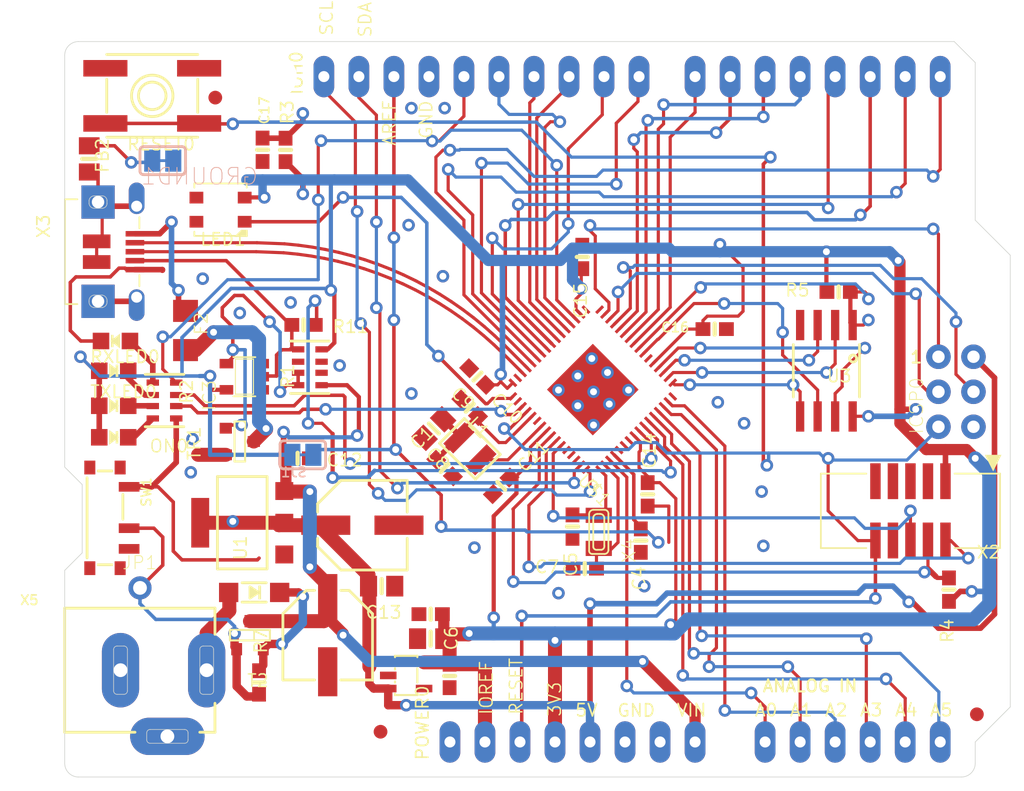
<source format=kicad_pcb>
(kicad_pcb (version 20211014) (generator pcbnew)
  (layers (0 "F.Cu" signal) (31 "B.Cu" signal) (34 "B.Paste" user) (35 "F.Paste" user) (36 "B.SilkS" user "B.Silkscreen") (37 "F.SilkS" user "F.Silkscreen") (38 "B.Mask" user) (39 "F.Mask" user) (44 "Edge.Cuts" user))
  (net 0 "")
  (net 1 "+5V")
  (net 2 "GND")
  (net 3 "AREF")
  (net 4 "VIN")
  (net 5 "SCK")
  (net 6 "PWRIN")
  (net 7 "D-")
  (net 8 "D+")
  (net 9 "MISO")
  (net 10 "MOSI")
  (net 11 "USBVCC")
  (net 12 "USHIELD")
  (net 13 "N$1")
  (net 14 "3.3V")
  (net 15 "PWR_SWITCH")
  (net 16 "VBUS")
  (net 17 "N$5")
  (net 18 "TXLED")
  (net 19 "N$7")
  (net 20 "N$3")
  (net 21 "N$2")
  (net 22 "N$15")
  (net 23 "D13")
  (net 24 "A5")
  (net 25 "A4")
  (net 26 "A3")
  (net 27 "A2")
  (net 28 "A1")
  (net 29 "D11")
  (net 30 "D12")
  (net 31 "A0")
  (net 32 "SCL")
  (net 33 "SDA")
  (net 34 "D9")
  (net 35 "D8")
  (net 36 "D7")
  (net 37 "D6")
  (net 38 "D5")
  (net 39 "D4")
  (net 40 "D1")
  (net 41 "D0")
  (net 42 "D10")
  (net 43 "~{RESET}")
  (net 44 "NEOPIX")
  (net 45 "RXLED")
  (net 46 "D3")
  (net 47 "D2")
  (net 48 "N$10")
  (net 49 "N$11")
  (net 50 "FLASH_CS")
  (net 51 "FLASH_SCK")
  (net 52 "FLASH_IO0")
  (net 53 "FLASH_IO1")
  (net 54 "VDDCORE")
  (net 55 "N$4")
  (net 56 "N$9")
  (net 57 "N$12")
  (net 58 "SWCLK")
  (net 59 "SWDIO")
  (net 60 "USB_HOSTEN")
  (net 61 "FLASH_IO3")
  (net 62 "FLASH_IO2")
  (net 63 "SWO")
  (footprint "boardEagle:0805-NO" (layer "F.Cu") (at 140.7541 121.6406)
    (fp_text reference "C3" hide)
    (fp_text value "10uF")
  )
  (footprint "boardEagle:0603-NO" (layer "F.Cu") (at 178.3461 118.0846 -90)
    (fp_text reference "R4")
    (fp_text value "1K")
  )
  (footprint "boardEagle:PQFN64-1" (layer "F.Cu") (at 152.512496 103.575788 135)
    (fp_text reference "U$1")
    (fp_text value "ATSAMD51J")
  )
  (footprint "boardEagle:0603-NO" (layer "F.Cu") (at 155.9941 114.5286 -90)
    (fp_text reference "C4")
    (fp_text value ".1u")
  )
  (footprint "boardEagle:0603-NO" (layer "F.Cu") (at 143.585296 104.89201 135)
    (fp_text reference "C9")
    (fp_text value "1uF")
  )
  (footprint "boardEagle:0603-NO" (layer "F.Cu") (at 170.3451 96.4946 180)
    (fp_text reference "R5")
    (fp_text value "10K")
  )
  (footprint "boardEagle:1X08_OVALWAVE" (layer "F.Cu") (at 168.8211 80.8736)
    (fp_text reference "IOL0" hide)
    (fp_text value "20610" hide)
  )
  (footprint "boardEagle:0603-NO" (layer "F.Cu") (at 128.5621 86.1822 90)
    (fp_text reference "C17")
    (fp_text value "0.1uF")
  )
  (footprint "boardEagle:1X01_ROUND" (layer "F.Cu") (at 119.6721 117.9576)
    (fp_text reference "JP1")
    (fp_text value "")
  )
  (footprint "boardEagle:0603-NO" (layer "F.Cu") (at 151.750493 93.9546 -90)
    (fp_text reference "C15")
    (fp_text value ".1u")
  )
  (footprint "boardEagle:0603-NO" (layer "F.Cu") (at 156.493068 111.173997 90)
    (fp_text reference "C14")
    (fp_text value ".1u")
  )
  (footprint "boardEagle:PANASONIC_D" (layer "F.Cu") (at 135.8011 113.411 180)
    (fp_text reference "PC2" hide)
    (fp_text value "47uF+/6.3V+")
  )
  (footprint "boardEagle:CHIPLED_0805_NOOUTLINE" (layer "F.Cu") (at 117.7671 102.2096 -90)
    (fp_text reference "RXLED0")
    (fp_text value "YELLOW")
  )
  (footprint "boardEagle:0603-NO" (layer "F.Cu") (at 131.5339 98.8822)
    (fp_text reference "R11")
    (fp_text value "330R")
  )
  (footprint "boardEagle:LED3535" (layer "F.Cu") (at 125.5141 90.5256 180)
    (fp_text reference "LED1")
    (fp_text value "WS2812B3535")
  )
  (footprint "" (layer "F.Cu") (at 129.4511 80.8736)
    (fp_text reference "@HOLE2" hide)
    (fp_text value "")
  )
  (footprint "boardEagle:SOT23-5" (layer "F.Cu") (at 127.2413 102.6414 90)
    (fp_text reference "IC3")
    (fp_text value "74LVC1G125D")
  )
  (footprint "boardEagle:CHIPLED_0805_NOOUTLINE" (layer "F.Cu") (at 117.7671 104.7496 -90)
    (fp_text reference "TXLED0")
    (fp_text value "YELLOW")
  )
  (footprint "boardEagle:0603-NO" (layer "F.Cu") (at 140.7541 119.8626 180)
    (fp_text reference "C13")
    (fp_text value "0.1uF")
  )
  (footprint "boardEagle:0603-NO" (layer "F.Cu") (at 128.3081 124.8156 90)
    (fp_text reference "R7")
    (fp_text value "10K")
  )
  (footprint "boardEagle:2X03_ROUND_70MIL" (layer "F.Cu") (at 178.8541 103.7336 -90)
    (fp_text reference "ICSP0")
    (fp_text value "3x2 M")
  )
  (footprint "" (layer "F.Cu") (at 180.2511 96.1136)
    (fp_text reference "@HOLE0" hide)
    (fp_text value "")
  )
  (footprint "boardEagle:0603-NO" (layer "F.Cu") (at 141.763718 109.262613 135)
    (fp_text reference "C8")
    (fp_text value ".1u")
  )
  (footprint "boardEagle:0805-NO" (layer "F.Cu") (at 140.986309 106.4006 -135)
    (fp_text reference "C1")
    (fp_text value "10uF")
  )
  (footprint "boardEagle:0603-NO" (layer "F.Cu") (at 145.871296 110.554404 45)
    (fp_text reference "C11")
    (fp_text value ".1u")
  )
  (footprint "boardEagle:1X08_OVALWAVE" (layer "F.Cu") (at 151.0411 129.1336)
    (fp_text reference "POWER0")
    (fp_text value "20610" hide)
  )
  (footprint "boardEagle:SOT223-R" (layer "F.Cu") (at 127.0889 113.2332 90)
    (fp_text reference "U1")
    (fp_text value "NCP1117ST50T3G")
  )
  (footprint "boardEagle:PANASONIC_D" (layer "F.Cu") (at 133.2865 121.3866 90)
    (fp_text reference "PC1" hide)
    (fp_text value "47uF/25V")
  )
  (footprint "" (layer "F.Cu") (at 180.2511 124.0536)
    (fp_text reference "@HOLE1" hide)
    (fp_text value "")
  )
  (footprint "boardEagle:METROM4_REVF_TOP" (layer "F.Cu") (at 114.2111 131.6736)
    (fp_text reference "U$23" hide)
    (fp_text value "" hide)
  )
  (footprint "boardEagle:R1206" (layer "F.Cu") (at 122.9741 99.2886 -90)
    (fp_text reference "F2")
    (fp_text value "500mA")
  )
  (footprint "boardEagle:INDUCTOR_1007" (layer "F.Cu") (at 143.600703 107.871997 -45)
    (fp_text reference "L1")
    (fp_text value "10uH")
  )
  (footprint "boardEagle:SOT-23" (layer "F.Cu") (at 127.6731 121.3866 180)
    (fp_text reference "T2")
    (fp_text value "DMP3098L-7")
  )
  (footprint "boardEagle:0603-NO" (layer "F.Cu") (at 130.228503 86.192194 90)
    (fp_text reference "R3")
    (fp_text value "10K")
  )
  (footprint "boardEagle:CHIPLED_0805_NOOUTLINE" (layer "F.Cu") (at 117.7671 107.0356 -90)
    (fp_text reference "ON0")
    (fp_text value "GREEN")
  )
  (footprint "boardEagle:0603-NO" (layer "F.Cu") (at 161.3535 99.187 180)
    (fp_text reference "C16")
    (fp_text value ".1u")
  )
  (footprint "boardEagle:0805-NO" (layer "F.Cu") (at 137.1981 117.8306 180)
    (fp_text reference "C2" hide)
    (fp_text value "0.1uF")
  )
  (footprint "boardEagle:EVQ-Q2" (layer "F.Cu") (at 120.5611 82.2706 180)
    (fp_text reference "RESET0")
    (fp_text value "EVQQ 6mm")
  )
  (footprint "boardEagle:0603-NO" (layer "F.Cu") (at 142.126665 124.3448 90)
    (fp_text reference "C6")
    (fp_text value ".1u")
  )
  (footprint "" (layer "F.Cu") (at 128.1811 129.1336)
    (fp_text reference "@HOLE3" hide)
    (fp_text value "")
  )
  (footprint "boardEagle:CHIPLED_0805_NOOUTLINE" (layer "F.Cu") (at 117.8941 100.0506 90)
    (fp_text reference "L0" hide)
    (fp_text value "RED")
  )
  (footprint "boardEagle:XTAL3215" (layer "F.Cu") (at 152.9461 113.8936 90)
    (fp_text reference "X4")
    (fp_text value "32.768")
  )
  (footprint "boardEagle:1X06_OVALWAVE" (layer "F.Cu") (at 171.3611 129.1336)
    (fp_text reference "AD0" hide)
    (fp_text value "20609" hide)
  )
  (footprint "boardEagle:SPDT_SMT_SSSS811101" (layer "F.Cu") (at 117.1321 112.8776 -90)
    (fp_text reference "SW1")
    (fp_text value "")
  )
  (footprint "boardEagle:0603-NO" (layer "F.Cu") (at 144.149512 102.627794 -45)
    (fp_text reference "C10")
    (fp_text value ".1u")
  )
  (footprint "boardEagle:SOIC8_208MIL" (layer "F.Cu") (at 169.4561 102.2096 180)
    (fp_text reference "U3")
    (fp_text value "SPI Flash")
  )
  (footprint "boardEagle:DCJACK_2MM_PTH" (layer "F.Cu") (at 110.9091 123.9266)
    (fp_text reference "X5")
    (fp_text value "2.1mm")
    (fp_line (start 7.1 -1.75) (end 7.6 -1.75) (layer "Edge.Cuts") (width 0.05))
    (fp_line (start 12 5.3) (end 9.5 5.3) (layer "Edge.Cuts") (width 0.05))
    (fp_line (start 12.25 4.55) (end 12.25 5.05) (layer "Edge.Cuts") (width 0.05))
    (fp_line (start 14.1 -1.5) (end 14.1 1.5) (layer "Edge.Cuts") (width 0.05))
    (fp_line (start 13.85 1.75) (end 13.35 1.75) (layer "Edge.Cuts") (width 0.05))
    (fp_line (start 13.1 1.5) (end 13.1 -1.5) (layer "Edge.Cuts") (width 0.05))
    (fp_line (start 13.35 -1.75) (end 13.85 -1.75) (layer "Edge.Cuts") (width 0.05))
    (fp_line (start 9.5 4.3) (end 12 4.3) (layer "Edge.Cuts") (width 0.05))
    (fp_line (start 9.25 5.05) (end 9.25 4.55) (layer "Edge.Cuts") (width 0.05))
    (fp_line (start 7.85 -1.5) (end 7.85 1.5) (layer "Edge.Cuts") (width 0.05))
    (fp_line (start 7.6 1.75) (end 7.1 1.75) (layer "Edge.Cuts") (width 0.05))
    (fp_line (start 6.85 1.5) (end 6.85 -1.5) (layer "Edge.Cuts") (width 0.05))
    (fp_arc (start 7.85 1.5) (mid 7.776777 1.676777) (end 7.6 1.75) (layer "Edge.Cuts") (width 0.05))
    (fp_arc (start 13.1 -1.5) (mid 13.173223 -1.676777) (end 13.35 -1.75) (layer "Edge.Cuts") (width 0.05))
    (fp_arc (start 14.1 1.5) (mid 14.026777 1.676777) (end 13.85 1.75) (layer "Edge.Cuts") (width 0.05))
    (fp_arc (start 9.25 4.55) (mid 9.323223 4.373223) (end 9.5 4.3) (layer "Edge.Cuts") (width 0.05))
    (fp_arc (start 12 4.3) (mid 12.176777 4.373223) (end 12.25 4.55) (layer "Edge.Cuts") (width 0.05))
    (fp_arc (start 6.85 -1.5) (mid 6.923223 -1.676777) (end 7.1 -1.75) (layer "Edge.Cuts") (width 0.05))
    (fp_arc (start 12.25 5.05) (mid 12.176777 5.226777) (end 12 5.3) (layer "Edge.Cuts") (width 0.05))
    (fp_arc (start 7.1 1.75) (mid 6.923223 1.676777) (end 6.85 1.5) (layer "Edge.Cuts") (width 0.05))
    (fp_arc (start 13.35 1.75) (mid 13.173223 1.676777) (end 13.1 1.5) (layer "Edge.Cuts") (width 0.05))
    (fp_arc (start 7.6 -1.75) (mid 7.776777 -1.676777) (end 7.85 -1.5) (layer "Edge.Cuts") (width 0.05))
    (fp_arc (start 9.5 5.3) (mid 9.323223 5.226777) (end 9.25 5.05) (layer "Edge.Cuts") (width 0.05))
    (fp_arc (start 13.85 -1.75) (mid 14.026777 -1.676777) (end 14.1 -1.5) (layer "Edge.Cuts") (width 0.05))
  )
  (footprint "boardEagle:FIDUCIAL_1MM" (layer "F.Cu") (at 137.1181 128.3906)
    (fp_text reference "FD3" hide)
    (fp_text value "FIDUCIAL_1MM" hide)
  )
  (footprint "boardEagle:4UCONN_20329_V2" (layer "F.Cu") (at 118.5291 93.5736 -90)
    (fp_text reference "X3")
    (fp_text value "20329")
    (fp_line (start -3.15 1.6) (end -3.15 2.15) (layer "Edge.Cuts") (width 0.05))
    (fp_line (start -3.7 1.25) (end -3.5 1.25) (layer "Edge.Cuts") (width 0.05))
    (fp_line (start -4.05 2.15) (end -4.05 1.6) (layer "Edge.Cuts") (width 0.05))
    (fp_line (start 3.15 2.2) (end 3.15 1.6) (layer "Edge.Cuts") (width 0.05))
    (fp_line (start -3.5 2.55) (end -3.7 2.55) (layer "Edge.Cuts") (width 0.05))
    (fp_line (start 4.05 1.6) (end 4.05 2.2) (layer "Edge.Cuts") (width 0.05))
    (fp_arc (start 3.15 1.6) (mid 3.302513 1.331802) (end 3.6 1.25) (layer "Edge.Cuts") (width 0.05))
    (fp_arc (start -3.7 2.55) (mid -3.957843 2.422487) (end -4.05 2.15) (layer "Edge.Cuts") (width 0.05))
    (fp_arc (start 3.6 2.55) (mid 3.302513 2.468198) (end 3.15 2.2) (layer "Edge.Cuts") (width 0.05))
    (fp_arc (start 3.6 1.25) (mid 3.897487 1.331802) (end 4.05 1.6) (layer "Edge.Cuts") (width 0.05))
    (fp_arc (start -3.15 2.15) (mid -3.242157 2.422487) (end -3.5 2.55) (layer "Edge.Cuts") (width 0.05))
    (fp_arc (start 4.05 2.2) (mid 3.897487 2.468198) (end 3.6 2.55) (layer "Edge.Cuts") (width 0.05))
    (fp_arc (start -3.5 1.25) (mid -3.252513 1.352513) (end -3.15 1.6) (layer "Edge.Cuts") (width 0.05))
    (fp_arc (start -4.05 1.6) (mid -3.947487 1.352513) (end -3.7 1.25) (layer "Edge.Cuts") (width 0.05))
  )
  (footprint "boardEagle:FIDUCIAL_1MM" (layer "F.Cu") (at 180.3701 127.1246)
    (fp_text reference "FD2" hide)
    (fp_text value "FIDUCIAL_1MM" hide)
  )
  (footprint "boardEagle:0603-NO" (layer "F.Cu") (at 151.9301 116.5606 180)
    (fp_text reference "C7")
    (fp_text value "22pF")
  )
  (footprint "boardEagle:FIDUCIAL_1MM" (layer "F.Cu") (at 125.1331 82.3976)
    (fp_text reference "FD1" hide)
    (fp_text value "FIDUCIAL_1MM" hide)
  )
  (footprint "boardEagle:SOT23-DBV" (layer "F.Cu") (at 138.9761 124.3076 -90)
    (fp_text reference "U2" hide)
    (fp_text value "AP2112K-3.3")
  )
  (footprint "boardEagle:0603-NO" (layer "F.Cu") (at 131.1021 108.5596)
    (fp_text reference "C12")
    (fp_text value "0.1uF")
  )
  (footprint "boardEagle:0603-NO" (layer "F.Cu") (at 151.0411 113.5126 -90)
    (fp_text reference "C5")
    (fp_text value "22pF")
  )
  (footprint "boardEagle:SOD-123" (layer "F.Cu") (at 127.9525 118.2878 180)
    (fp_text reference "D1" hide)
    (fp_text value "MBR120")
  )
  (footprint "boardEagle:2X05_1.27MM_BOX_POSTS" (layer "F.Cu") (at 175.5521 112.3696 180)
    (fp_text reference "X2")
    (fp_text value "2x5 0.05\" SWD")
  )
  (footprint "boardEagle:SOT-23" (layer "F.Cu") (at 126.9111 107.3658 90)
    (fp_text reference "TR1")
    (fp_text value "DMP3098L-7")
  )
  (footprint "boardEagle:RESPACK_4X0603" (layer "F.Cu") (at 131.9911 101.9556 90)
    (fp_text reference "R1")
    (fp_text value "100K")
  )
  (footprint "boardEagle:RESPACK_4X0603" (layer "F.Cu") (at 121.4501 104.3686 -90)
    (fp_text reference "R2")
    (fp_text value "1K")
  )
  (footprint "boardEagle:0805-NO" (layer "F.Cu") (at 115.9891 86.8426 -90)
    (fp_text reference "FB2")
    (fp_text value "FERRITE")
  )
  (footprint "boardEagle:1X10_OVALWAVE" (layer "F.Cu") (at 144.4371 80.8736)
    (fp_text reference "IOH0")
    (fp_text value "20611" hide)
  )
  (footprint "boardEagle:METROM4_REVF_BOT" (layer "B.Cu") (at 182.7911 131.6736 180)
    (fp_text reference "U$27" hide)
    (fp_text value "" hide)
  )
  (footprint "boardEagle:SOLDERJUMPER_CLOSEDWIRE" (layer "B.Cu") (at 131.4831 108.3056)
    (fp_text reference "SJ1")
    (fp_text value "AREF_3V")
  )
  (footprint "boardEagle:SOLDERJUMPER_CLOSEDWIRE" (layer "B.Cu") (at 121.3231 86.9696)
    (fp_text reference "GROUND1")
    (fp_text value "")
  )
  (gr_arc (start 114.2111 79.3336) (mid 114.503993 78.626493) (end 115.2111 78.3336) (layer "Edge.Cuts") (width 0.05))
  (gr_line (start 178.7271 78.3336) (end 180.2511 79.8576) (layer "Edge.Cuts") (width 0.05))
  (gr_arc (start 180.2511 130.6736) (mid 179.958207 131.380707) (end 179.2511 131.6736) (layer "Edge.Cuts") (width 0.05))
  (gr_line (start 114.2111 116.6876) (end 115.4811 115.4176) (layer "Edge.Cuts") (width 0.05))
  (gr_line (start 114.2111 130.6736) (end 114.2111 116.6876) (layer "Edge.Cuts") (width 0.05))
  (gr_line (start 182.7911 126.5936) (end 180.2511 129.1336) (layer "Edge.Cuts") (width 0.05))
  (gr_arc (start 115.2111 131.6736) (mid 114.503993 131.380707) (end 114.2111 130.6736) (layer "Edge.Cuts") (width 0.05))
  (gr_line (start 179.2511 131.6736) (end 115.2111 131.6736) (layer "Edge.Cuts") (width 0.05))
  (gr_line (start 180.2511 79.8576) (end 180.2511 91.2876) (layer "Edge.Cuts") (width 0.05))
  (gr_line (start 114.2111 109.1946) (end 114.2111 79.3336) (layer "Edge.Cuts") (width 0.05))
  (gr_line (start 115.4811 110.4646) (end 114.2111 109.1946) (layer "Edge.Cuts") (width 0.05))
  (gr_line (start 180.2511 129.1336) (end 180.2511 130.6736) (layer "Edge.Cuts") (width 0.05))
  (gr_line (start 182.7911 93.8276) (end 182.7911 126.5936) (layer "Edge.Cuts") (width 0.05))
  (gr_line (start 180.2511 91.2876) (end 182.7911 93.8276) (layer "Edge.Cuts") (width 0.05))
  (gr_line (start 115.4811 115.4176) (end 115.4811 110.4646) (layer "Edge.Cuts") (width 0.05))
  (gr_line (start 115.2111 78.3336) (end 178.7271 78.3336) (layer "Edge.Cuts") (width 0.05))
  (gr_text "A2" (at 169.2797 127.3434) (layer "F.SilkS") (effects (font (size 0.89408 0.89408) (thickness 0.12192)) (justify left bottom)))
  (gr_text "ANALOG IN" (at 164.7571 125.5776) (layer "F.SilkS") (effects (font (size 0.8636 0.8636) (thickness 0.1524)) (justify left bottom)))
  (gr_text "5V" (at 151.1681 127.3556) (layer "F.SilkS") (effects (font (size 0.89408 0.89408) (thickness 0.12192)) (justify left bottom)))
  (gr_text "A0" (at 164.1997 127.3434) (layer "F.SilkS") (effects (font (size 0.89408 0.89408) (thickness 0.12192)) (justify left bottom)))
  (gr_text "SDA" (at 136.5333 78.0928 90) (layer "F.SilkS") (effects (font (size 0.9144 0.9144) (thickness 0.1016)) (justify left bottom)))
  (gr_text "GND" (at 154.2245 127.3688) (layer "F.SilkS") (effects (font (size 0.89408 0.89408) (thickness 0.12192)) (justify left bottom)))
  (gr_text "A5" (at 176.8997 127.3434) (layer "F.SilkS") (effects (font (size 0.89408 0.89408) (thickness 0.12192)) (justify left bottom)))
  (gr_text "RESET" (at 147.4851 127.2286 90) (layer "F.SilkS") (effects (font (size 0.9144 0.9144) (thickness 0.1016)) (justify left bottom)))
  (gr_text "1" (at 175.4575 101.7292) (layer "F.SilkS") (effects (font (size 0.8636 0.8636) (thickness 0.1524)) (justify left bottom)))
  (gr_text "VIN" (at 158.5341 127.3556) (layer "F.SilkS") (effects (font (size 0.89408 0.89408) (thickness 0.12192)) (justify left bottom)))
  (gr_text "GND" (at 139.8841 82.5368 90) (layer "F.SilkS") (effects (font (size 0.9144 0.9144) (thickness 0.1016)) (justify right top)))
  (gr_text "A3" (at 171.8197 127.3434) (layer "F.SilkS") (effects (font (size 0.89408 0.89408) (thickness 0.12192)) (justify left bottom)))
  (gr_text "AREF" (at 137.2279 82.5114 90) (layer "F.SilkS") (effects (font (size 0.9144 0.9144) (thickness 0.1016)) (justify right top)))
  (gr_text "IOREF" (at 145.3261 127.2286 90) (layer "F.SilkS") (effects (font (size 0.9144 0.9144) (thickness 0.1016)) (justify left bottom)))
  (gr_text "A1" (at 166.7397 127.3434) (layer "F.SilkS") (effects (font (size 0.89408 0.89408) (thickness 0.12192)) (justify left bottom)))
  (gr_text "3V3" (at 150.2791 127.3556 90) (layer "F.SilkS") (effects (font (size 0.9144 0.9144) (thickness 0.1016)) (justify left bottom)))
  (gr_text "SCL" (at 133.7393 77.9658 90) (layer "F.SilkS") (effects (font (size 0.9144 0.9144) (thickness 0.1016)) (justify left bottom)))
  (gr_text "A4" (at 174.3597 127.3434) (layer "F.SilkS") (effects (font (size 0.89408 0.89408) (thickness 0.12192)) (justify left bottom)))
  (segment (start 180.1241 101.1936) (end 181.6481 102.7176) (width 0.4064) (layer "F.Cu") (net 1))
  (segment (start 129.5781 113.2332) (end 124.0389 113.2332) (width 1.016) (layer "F.Cu") (net 1))
  (segment (start 181.6481 102.7176) (end 181.6481 119.8626) (width 0.4064) (layer "F.Cu") (net 1))
  (segment (start 177.5841 120.8786) (end 175.6791 118.9736) (width 0.4064) (layer "F.Cu") (net 1))
  (segment (start 136.6241 125.2576) (end 136.3091 124.9426) (width 0.6096) (layer "F.Cu") (net 1))
  (segment (start 136.6241 123.3576) (end 137.6761 123.3576) (width 0.6096) (layer "F.Cu") (net 1))
  (segment (start 136.2481 117.8306) (end 136.2481 117.033) (width 1.016) (layer "F.Cu") (net 1))
  (segment (start 137.6761 125.2576) (end 136.6241 125.2576) (width 0.6096) (layer "F.Cu") (net 1))
  (segment (start 130.1389 113.2332) (end 129.5781 113.2332) (width 1.016) (layer "F.Cu") (net 1))
  (segment (start 132.6261 113.411) (end 129.7559 113.411) (width 1.016) (layer "F.Cu") (net 1))
  (segment (start 180.6321 120.8786) (end 177.5841 120.8786) (width 0.4064) (layer "F.Cu") (net 1))
  (segment (start 136.2481 117.8306) (end 136.3091 117.8916) (width 1.016) (layer "F.Cu") (net 1))
  (segment (start 133.1471 113.411) (end 132.6261 113.411) (width 1.016) (layer "F.Cu") (net 1))
  (segment (start 152.3111 119.1006) (end 152.3111 129.1336) (width 0.4064) (layer "F.Cu") (net 1))
  (segment (start 129.7559 113.411) (end 129.5781 113.2332) (width 1.016) (layer "F.Cu") (net 1))
  (segment (start 137.6761 125.2576) (end 137.6761 126.4666) (width 0.6096) (layer "F.Cu") (net 1))
  (segment (start 175.6791 118.9736) (end 175.4251 118.9736) (width 0.4064) (layer "F.Cu") (net 1))
  (segment (start 137.6761 126.4666) (end 138.9761 126.4666) (width 0.6096) (layer "F.Cu") (net 1))
  (segment (start 125.8951 108.3056) (end 123.8885 108.3056) (width 1.016) (layer "F.Cu") (net 1))
  (segment (start 181.6481 119.8626) (end 180.6321 120.8786) (width 0.4064) (layer "F.Cu") (net 1))
  (segment (start 136.3091 117.8916) (end 136.3091 123.6726) (width 1.016) (layer "F.Cu") (net 1))
  (segment (start 136.3091 123.6726) (end 136.6241 123.3576) (width 0.6096) (layer "F.Cu") (net 1))
  (segment (start 136.2481 117.033) (end 132.6261 113.411) (width 1.016) (layer "F.Cu") (net 1))
  (segment (start 136.3091 124.9426) (end 136.3091 123.6726) (width 0.6096) (layer "F.Cu") (net 1))
  (via (at 138.9761 126.4666) (size 0.9064) (drill 0.5) (layers "F.Cu" "B.Cu") (net 1))
  (via (at 175.4251 118.9736) (size 0.9064) (drill 0.5) (layers "F.Cu" "B.Cu") (net 1))
  (via (at 123.4821 107.1626) (size 0.9064) (drill 0.5) (layers "F.Cu" "B.Cu") (net 1))
  (via (at 126.4031 113.1316) (size 0.9064) (drill 0.5) (layers "F.Cu" "B.Cu") (net 1))
  (via (at 123.3551 109.5756) (size 0.9064) (drill 0.5) (layers "F.Cu" "B.Cu") (net 1))
  (via (at 152.3111 119.1006) (size 0.9064) (drill 0.5) (layers "F.Cu" "B.Cu") (net 1))
  (segment (start 171.7421 118.3386) (end 157.8991 118.3386) (width 0.4064) (layer "B.Cu") (net 1))
  (segment (start 152.3111 126.4666) (end 152.3111 129.1336) (width 0.6096) (layer "B.Cu") (net 1))
  (segment (start 172.2501 117.8306) (end 171.7421 118.3386) (width 0.4064) (layer "B.Cu") (net 1))
  (segment (start 175.4251 118.9736) (end 174.2821 117.8306) (width 0.4064) (layer "B.Cu") (net 1))
  (segment (start 157.8991 118.3386) (end 157.1371 119.1006) (width 0.4064) (layer "B.Cu") (net 1))
  (segment (start 138.9761 126.4666) (end 152.3111 126.4666) (width 0.6096) (layer "B.Cu") (net 1))
  (segment (start 174.2821 117.8306) (end 172.2501 117.8306) (width 0.4064) (layer "B.Cu") (net 1))
  (segment (start 157.1371 119.1006) (end 152.3111 119.1006) (width 0.4064) (layer "B.Cu") (net 1))
  (segment (start 128.1811 115.9256) (end 128.3081 115.7986) (width 0.254) (layer "F.Cu") (net 2))
  (segment (start 118.1481 94.7674) (end 118.5799 94.7674) (width 0.254) (layer "F.Cu") (net 2))
  (segment (start 122.0851 111.7346) (end 122.0851 115.2906) (width 0.254) (layer "F.Cu") (net 2))
  (segment (start 116.8441 100.0506) (end 115.3795 100.0506) (width 0.254) (layer "F.Cu") (net 2))
  (segment (start 118.8821 110.6276) (end 120.032253 110.6276) (width 0.4064) (layer "F.Cu") (net 2))
  (segment (start 119.2995 94.869) (end 119.3041 94.8736) (width 0.254) (layer "F.Cu") (net 2))
  (segment (start 156.493068 112.023997) (end 158.0261 112.023997) (width 0.2286) (layer "F.Cu") (net 2))
  (segment (start 114.6175 99.2886) (end 114.6175 95.8088) (width 0.254) (layer "F.Cu") (net 2))
  (segment (start 120.9781 110.6276) (end 122.0851 111.7346) (width 0.254) (layer "F.Cu") (net 2))
  (segment (start 120.5251 110.6276) (end 122.3001 108.8526) (width 0.4064) (layer "F.Cu") (net 2))
  (segment (start 119.3041 94.8736) (end 121.2977 94.8736) (width 0.4064) (layer "F.Cu") (net 2))
  (segment (start 114.6175 95.8088) (end 115.0239 95.4024) (width 0.254) (layer "F.Cu") (net 2))
  (segment (start 118.6815 94.869) (end 119.2995 94.869) (width 0.254) (layer "F.Cu") (net 2))
  (segment (start 122.3001 108.8526) (end 122.3001 105.6686) (width 0.4064) (layer "F.Cu") (net 2))
  (segment (start 120.032253 110.6276) (end 120.5251 110.6276) (width 0.4064) (layer "F.Cu") (net 2))
  (segment (start 120.032253 110.6276) (end 120.9781 110.6276) (width 0.254) (layer "F.Cu") (net 2))
  (segment (start 115.3795 100.0506) (end 114.6175 99.2886) (width 0.254) (layer "F.Cu") (net 2))
  (segment (start 122.0851 115.2906) (end 122.7201 115.9256) (width 0.254) (layer "F.Cu") (net 2))
  (segment (start 118.5799 94.7674) (end 118.6815 94.869) (width 0.254) (layer "F.Cu") (net 2))
  (segment (start 158.0261 112.023997) (end 158.0261 114.6556) (width 0.2286) (layer "F.Cu") (net 2))
  (segment (start 122.7201 115.9256) (end 128.1811 115.9256) (width 0.254) (layer "F.Cu") (net 2))
  (segment (start 121.2977 94.8736) (end 121.2977 94.9198) (width 0.4064) (layer "F.Cu") (net 2))
  (segment (start 115.0239 95.4024) (end 117.5131 95.4024) (width 0.254) (layer "F.Cu") (net 2))
  (segment (start 117.5131 95.4024) (end 118.1481 94.7674) (width 0.254) (layer "F.Cu") (net 2))
  (via (at 139.3571 83.1596) (size 0.9064) (drill 0.5) (layers "F.Cu" "B.Cu") (net 2))
  (via (at 151.4221 104.7496) (size 0.9064) (drill 0.5) (layers "F.Cu" "B.Cu") (net 2))
  (via (at 153.5811 102.3366) (size 0.9064) (drill 0.5) (layers "F.Cu" "B.Cu") (net 2))
  (via (at 152.4381 101.3206) (size 0.9064) (drill 0.5) (layers "F.Cu" "B.Cu") (net 2))
  (via (at 153.7081 104.6226) (size 0.9064) (drill 0.5) (layers "F.Cu" "B.Cu") (net 2))
  (via (at 164.7571 110.9726) (size 0.9064) (drill 0.5) (layers "F.Cu" "B.Cu") (net 2))
  (via (at 163.4871 106.0196) (size 0.9064) (drill 0.5) (layers "F.Cu" "B.Cu") (net 2))
  (via (at 152.5651 106.1466) (size 0.9064) (drill 0.5) (layers "F.Cu" "B.Cu") (net 2))
  (via (at 143.9291 115.0366) (size 0.9064) (drill 0.5) (layers "F.Cu" "B.Cu") (net 2))
  (via (at 155.1051 103.6066) (size 0.9064) (drill 0.5) (layers "F.Cu" "B.Cu") (net 2))
  (via (at 150.0251 103.6066) (size 0.9064) (drill 0.5) (layers "F.Cu" "B.Cu") (net 2))
  (via (at 161.5821 104.4956) (size 0.9064) (drill 0.5) (layers "F.Cu" "B.Cu") (net 2))
  (via (at 152.5651 103.7336) (size 0.9064) (drill 0.5) (layers "F.Cu" "B.Cu") (net 2))
  (via (at 126.9111 98.0186) (size 0.9064) (drill 0.5) (layers "F.Cu" "B.Cu") (net 2))
  (via (at 141.7701 83.1596) (size 0.9064) (drill 0.5) (layers "F.Cu" "B.Cu") (net 2))
  (via (at 141.6431 95.3516) (size 0.9064) (drill 0.5) (layers "F.Cu" "B.Cu") (net 2))
  (via (at 151.4221 102.5906) (size 0.9064) (drill 0.5) (layers "F.Cu" "B.Cu") (net 2))
  (via (at 150.0251 118.3386) (size 0.9064) (drill 0.5) (layers "F.Cu" "B.Cu") (net 2))
  (via (at 134.1501 101.8286) (size 0.9064) (drill 0.5) (layers "F.Cu" "B.Cu") (net 2))
  (via (at 139.1539 91.6432) (size 0.9064) (drill 0.5) (layers "F.Cu" "B.Cu") (net 2))
  (via (at 164.8841 114.9096) (size 0.9064) (drill 0.5) (layers "F.Cu" "B.Cu") (net 2))
  (via (at 130.5941 97.2566) (size 0.9064) (drill 0.5) (layers "F.Cu" "B.Cu") (net 2))
  (via (at 156.2481 117.8306) (size 0.9064) (drill 0.5) (layers "F.Cu" "B.Cu") (net 2))
  (via (at 139.3571 103.8606) (size 0.9064) (drill 0.5) (layers "F.Cu" "B.Cu") (net 2))
  (via (at 124.2187 95.5294) (size 0.9064) (drill 0.5) (layers "F.Cu" "B.Cu") (net 2))
  (segment (start 138.0871 107.7976) (end 138.0871 98.5266) (width 0.254) (layer "F.Cu") (net 3))
  (segment (start 138.2141 107.9246) (end 138.0871 107.7976) (width 0.254) (layer "F.Cu") (net 3))
  (segment (start 156.2871 113.6786) (end 157.2641 114.6556) (width 0.2286) (layer "F.Cu") (net 3))
  (segment (start 154.068131 108.313404) (end 155.4861 109.731372) (width 0.254) (layer "F.Cu") (net 3))
  (segment (start 138.2141 107.9246) (end 141.5161 111.2266) (width 0.254) (layer "F.Cu") (net 3))
  (segment (start 155.9941 113.6786) (end 156.2871 113.6786) (width 0.2286) (layer "F.Cu") (net 3))
  (segment (start 155.4861 113.0046) (end 155.9941 113.5126) (width 0.254) (layer "F.Cu") (net 3))
  (segment (start 138.0871 92.5576) (end 138.0871 80.8736) (width 0.254) (layer "F.Cu") (net 3))
  (segment (start 141.5161 111.2266) (end 141.5161 113.5126) (width 0.254) (layer "F.Cu") (net 3))
  (segment (start 155.9941 113.5126) (end 155.9941 113.6786) (width 0.254) (layer "F.Cu") (net 3))
  (segment (start 155.4861 109.731372) (end 155.4861 113.0046) (width 0.254) (layer "F.Cu") (net 3))
  (via (at 138.0871 92.5576) (size 0.9064) (drill 0.5) (layers "F.Cu" "B.Cu") (net 3))
  (via (at 138.2141 107.9246) (size 0.9064) (drill 0.5) (layers "F.Cu" "B.Cu") (net 3))
  (via (at 138.0871 98.5266) (size 0.9064) (drill 0.5) (layers "F.Cu" "B.Cu") (net 3))
  (via (at 141.5161 113.5126) (size 0.9064) (drill 0.5) (layers "F.Cu" "B.Cu") (net 3))
  (via (at 157.2641 114.6556) (size 0.9064) (drill 0.5) (layers "F.Cu" "B.Cu") (net 3))
  (segment (start 156.5021 113.8936) (end 157.2641 114.6556) (width 0.2286) (layer "B.Cu") (net 3))
  (segment (start 147.6121 113.7666) (end 147.7391 113.8936) (width 0.254) (layer "B.Cu") (net 3))
  (segment (start 147.7391 113.8936) (end 156.5021 113.8936) (width 0.2286) (layer "B.Cu") (net 3))
  (segment (start 138.0871 98.5266) (end 138.0871 92.5576) (width 0.254) (layer "B.Cu") (net 3))
  (segment (start 141.7701 113.7666) (end 147.6121 113.7666) (width 0.254) (layer "B.Cu") (net 3))
  (segment (start 132.6261 107.9246) (end 138.2141 107.9246) (width 0.254) (layer "B.Cu") (net 3))
  (segment (start 132.6261 107.9246) (end 132.2451 108.3056) (width 0.254) (layer "B.Cu") (net 3))
  (segment (start 141.5161 113.5126) (end 141.7701 113.7666) (width 0.254) (layer "B.Cu") (net 3))
  (segment (start 133.2865 117.729) (end 131.9911 116.4336) (width 1.016) (layer "F.Cu") (net 4))
  (segment (start 135.5471 106.7816) (end 135.4201 106.9086) (width 0.3048) (layer "F.Cu") (net 4))
  (segment (start 130.1521 110.92) (end 130.1389 110.9332) (width 1.016) (layer "F.Cu") (net 4))
  (segment (start 133.2865 118.7326) (end 133.2865 117.729) (width 1.016) (layer "F.Cu") (net 4))
  (segment (start 131.9911 110.9726) (end 130.1783 110.9726) (width 1.016) (layer "F.Cu") (net 4))
  (segment (start 130.2521 110.82) (end 130.2521 108.5596) (width 0.8128) (layer "F.Cu") (net 4))
  (segment (start 133.2611 120.1166) (end 133.3881 119.9896) (width 1.016) (layer "F.Cu") (net 4))
  (segment (start 135.5471 104.1146) (end 135.5471 106.7816) (width 0.3048) (layer "F.Cu") (net 4))
  (segment (start 134.4041 121.3866) (end 134.4041 121.2596) (width 0.8128) (layer "F.Cu") (net 4))
  (segment (start 133.3881 118.8342) (end 133.2865 118.7326) (width 1.016) (layer "F.Cu") (net 4))
  (segment (start 159.9311 129.1336) (end 159.9311 127.1016) (width 0.8128) (layer "F.Cu") (net 4))
  (segment (start 130.1521 110.92) (end 130.2521 110.82) (width 0.8128) (layer "F.Cu") (net 4))
  (segment (start 159.9311 127.1016) (end 156.1211 123.2916) (width 0.8128) (layer "F.Cu") (net 4))
  (segment (start 127.6477 120.3706) (end 133.0071 120.3706) (width 1.016) (layer "F.Cu") (net 4))
  (segment (start 134.4041 121.2596) (end 133.2611 120.1166) (width 0.8128) (layer "F.Cu") (net 4))
  (segment (start 130.1783 110.9726) (end 130.1389 110.9332) (width 1.016) (layer "F.Cu") (net 4))
  (segment (start 130.0861 108.4936) (end 130.0861 106.6546) (width 0.4064) (layer "F.Cu") (net 4))
  (segment (start 134.6881 103.2556) (end 135.5471 104.1146) (width 0.3048) (layer "F.Cu") (net 4))
  (segment (start 133.3881 119.9896) (end 133.3881 118.8342) (width 1.016) (layer "F.Cu") (net 4))
  (segment (start 132.8411 103.2556) (end 134.6881 103.2556) (width 0.3048) (layer "F.Cu") (net 4))
  (segment (start 130.0861 108.4936) (end 130.1521 108.5596) (width 0.254) (layer "F.Cu") (net 4))
  (segment (start 133.0071 120.3706) (end 133.2611 120.1166) (width 1.016) (layer "F.Cu") (net 4))
  (segment (start 130.1521 108.5596) (end 130.2521 108.5596) (width 0.254) (layer "F.Cu") (net 4))
  (via (at 134.4041 121.3866) (size 0.9064) (drill 0.5) (layers "F.Cu" "B.Cu") (net 4))
  (via (at 131.9911 116.4336) (size 0.9064) (drill 0.5) (layers "F.Cu" "B.Cu") (net 4))
  (via (at 131.9911 110.9726) (size 0.9064) (drill 0.5) (layers "F.Cu" "B.Cu") (net 4))
  (via (at 156.1211 123.2916) (size 0.9064) (drill 0.5) (layers "F.Cu" "B.Cu") (net 4))
  (via (at 135.4201 106.9086) (size 0.9064) (drill 0.5) (layers "F.Cu" "B.Cu") (net 4))
  (via (at 130.0861 106.6546) (size 0.9064) (drill 0.5) (layers "F.Cu" "B.Cu") (net 4))
  (segment (start 131.9911 116.4336) (end 131.9911 110.9726) (width 1.016) (layer "B.Cu") (net 4))
  (segment (start 136.3091 123.2916) (end 134.4041 121.3866) (width 0.8128) (layer "B.Cu") (net 4))
  (segment (start 156.1211 123.2916) (end 136.3091 123.2916) (width 0.8128) (layer "B.Cu") (net 4))
  (segment (start 135.2931 107.0356) (end 130.4671 107.0356) (width 0.3048) (layer "B.Cu") (net 4))
  (segment (start 135.4201 106.9086) (end 135.2931 107.0356) (width 0.3048) (layer "B.Cu") (net 4))
  (segment (start 130.4671 107.0356) (end 130.0861 106.6546) (width 0.3048) (layer "B.Cu") (net 4))
  (segment (start 176.8221 103.7336) (end 176.1871 103.0986) (width 0.2286) (layer "F.Cu") (net 5))
  (segment (start 176.1871 96.8756) (end 175.9331 96.6216) (width 0.2286) (layer "F.Cu") (net 5))
  (segment (start 177.5841 103.7336) (end 176.8221 103.7336) (width 0.2286) (layer "F.Cu") (net 5))
  (segment (start 153.714578 98.484619) (end 154.3431 97.856097) (width 0.2286) (layer "F.Cu") (net 5))
  (segment (start 176.1871 103.0986) (end 176.1871 96.8756) (width 0.2286) (layer "F.Cu") (net 5))
  (segment (start 154.3431 97.856097) (end 154.3431 96.4946) (width 0.2286) (layer "F.Cu") (net 5))
  (via (at 154.3431 96.4946) (size 0.9064) (drill 0.5) (layers "F.Cu" "B.Cu") (net 5))
  (via (at 175.9331 96.6216) (size 0.9064) (drill 0.5) (layers "F.Cu" "B.Cu") (net 5))
  (segment (start 174.2821 96.6216) (end 175.9331 96.6216) (width 0.2286) (layer "B.Cu") (net 5))
  (segment (start 172.8089 95.1484) (end 174.2821 96.6216) (width 0.2286) (layer "B.Cu") (net 5))
  (segment (start 155.6893 95.1484) (end 172.8089 95.1484) (width 0.2286) (layer "B.Cu") (net 5))
  (segment (start 154.3431 96.4946) (end 155.6893 95.1484) (width 0.2286) (layer "B.Cu") (net 5))
  (segment (start 124.5091 121.2486) (end 126.1491 119.6086) (width 1.016) (layer "F.Cu") (net 6))
  (segment (start 126.1491 118.3344) (end 126.1025 118.2878) (width 1.016) (layer "F.Cu") (net 6))
  (segment (start 124.5091 123.9266) (end 124.5091 121.2486) (width 1.016) (layer "F.Cu") (net 6))
  (segment (start 126.1491 119.6086) (end 126.1491 118.3344) (width 1.016) (layer "F.Cu") (net 6))
  (segment (start 132.130738 93.236316) (end 131.142753 93.099661) (width 0.2286) (layer "F.Cu") (net 7))
  (segment (start 131.142753 93.099661) (end 130.150164 93.001899) (width 0.2286) (layer "F.Cu") (net 7))
  (segment (start 145.398842 99.671809) (end 144.653283 99.009289) (width 0.2286) (layer "F.Cu") (net 7))
  (segment (start 147.774881 102.020154) (end 146.117815 100.363088) (width 0.2286) (layer "F.Cu") (net 7))
  (segment (start 137.877462 94.85706) (end 136.948676 94.49354) (width 0.2286) (layer "F.Cu") (net 7))
  (segment (start 143.087048 97.774569) (end 142.268787 97.204272) (width 0.2286) (layer "F.Cu") (net 7))
  (segment (start 136.006335 94.166764) (end 135.05189 93.877237) (width 0.2286) (layer "F.Cu") (net 7))
  (segment (start 146.117815 100.363088) (end 145.398842 99.671809) (width 0.2286) (layer "F.Cu") (net 7))
  (segment (start 143.882289 98.37655) (end 143.087048 97.774569) (width 0.2286) (layer "F.Cu") (net 7))
  (segment (start 134.086815 93.625404) (end 133.112597 93.411654) (width 0.2286) (layer "F.Cu") (net 7))
  (segment (start 142.268787 97.204272) (end 141.428767 96.66654) (width 0.2286) (layer "F.Cu") (net 7))
  (segment (start 146.117815 100.363088) (end 146.117815 100.363088) (width 0.2286) (layer "F.Cu") (net 7))
  (segment (start 138.79126 95.256763) (end 137.877462 94.85706) (width 0.2286) (layer "F.Cu") (net 7))
  (segment (start 139.688662 95.692034) (end 138.79126 95.256763) (width 0.2286) (layer "F.Cu") (net 7))
  (segment (start 135.05189 93.877237) (end 134.086815 93.625404) (width 0.2286) (layer "F.Cu") (net 7))
  (segment (start 128.157303 92.9236) (end 119.3041 92.9236) (width 0.2286) (layer "F.Cu") (net 7))
  (segment (start 133.112597 93.411654) (end 132.130738 93.236316) (width 0.2286) (layer "F.Cu") (net 7))
  (segment (start 144.653283 99.009289) (end 143.882289 98.37655) (width 0.2286) (layer "F.Cu") (net 7))
  (segment (start 140.568283 96.162202) (end 139.688662 95.692034) (width 0.2286) (layer "F.Cu") (net 7))
  (segment (start 136.948676 94.49354) (end 136.006335 94.166764) (width 0.2286) (layer "F.Cu") (net 7))
  (segment (start 130.150164 93.001899) (end 128.157303 92.9236) (width 0.2286) (layer "F.Cu") (net 7))
  (segment (start 141.428767 96.66654) (end 140.568283 96.162202) (width 0.2286) (layer "F.Cu") (net 7))
  (segment (start 141.371658 97.31654) (end 140.511174 96.812202) (width 0.2286) (layer "F.Cu") (net 8))
  (segment (start 134.029706 94.275404) (end 133.055488 94.061654) (width 0.2286) (layer "F.Cu") (net 8))
  (segment (start 137.820353 95.50706) (end 136.891567 95.14354) (width 0.2286) (layer "F.Cu") (net 8))
  (segment (start 131.085643 93.749661) (end 130.093054 93.651899) (width 0.2286) (layer "F.Cu") (net 8))
  (segment (start 142.211678 97.854272) (end 141.371658 97.31654) (width 0.2286) (layer "F.Cu") (net 8))
  (segment (start 145.341733 100.321809) (end 144.596175 99.659289) (width 0.2286) (layer "F.Cu") (net 8))
  (segment (start 130.093054 93.651899) (end 128.100193 93.5736) (width 0.2286) (layer "F.Cu") (net 8))
  (segment (start 135.949225 94.816764) (end 134.994781 94.527237) (width 0.2286) (layer "F.Cu") (net 8))
  (segment (start 146.060706 101.013088) (end 146.060707 101.013089) (width 0.2286) (layer "F.Cu") (net 8))
  (segment (start 140.511174 96.812202) (end 139.631553 96.342035) (width 0.2286) (layer "F.Cu") (net 8))
  (segment (start 133.055488 94.061654) (end 132.073629 93.886316) (width 0.2286) (layer "F.Cu") (net 8))
  (segment (start 143.02994 98.424569) (end 142.211678 97.854272) (width 0.2286) (layer "F.Cu") (net 8))
  (segment (start 139.631553 96.342035) (end 138.734151 95.906764) (width 0.2286) (layer "F.Cu") (net 8))
  (segment (start 132.073629 93.886316) (end 131.085643 93.749661) (width 0.2286) (layer "F.Cu") (net 8))
  (segment (start 146.060707 101.013089) (end 145.341733 100.321809) (width 0.2286) (layer "F.Cu") (net 8))
  (segment (start 128.100193 93.5736) (end 119.3041 93.5736) (width 0.2286) (layer "F.Cu") (net 8))
  (segment (start 143.825181 99.026551) (end 143.02994 98.424569) (width 0.2286) (layer "F.Cu") (net 8))
  (segment (start 144.596175 99.659289) (end 143.825181 99.026551) (width 0.2286) (layer "F.Cu") (net 8))
  (segment (start 136.891567 95.14354) (end 135.949225 94.816764) (width 0.2286) (layer "F.Cu") (net 8))
  (segment (start 134.994781 94.527237) (end 134.029706 94.275404) (width 0.2286) (layer "F.Cu") (net 8))
  (segment (start 147.421325 102.373707) (end 146.060706 101.013088) (width 0.2286) (layer "F.Cu") (net 8))
  (segment (start 138.734151 95.906764) (end 137.820353 95.50706) (width 0.2286) (layer "F.Cu") (net 8))
  (segment (start 153.361025 98.131066) (end 153.6827 97.809391) (width 0.2286) (layer "F.Cu") (net 9))
  (segment (start 177.5841 101.1936) (end 177.5841 92.3036) (width 0.2286) (layer "F.Cu") (net 9))
  (segment (start 177.5841 92.3036) (end 177.2031 91.9226) (width 0.2286) (layer "F.Cu") (net 9))
  (segment (start 152.3111 92.0496) (end 152.3111 91.6686) (width 0.2286) (layer "F.Cu") (net 9))
  (segment (start 152.6921 92.4306) (end 152.3111 92.0496) (width 0.2286) (layer "F.Cu") (net 9))
  (segment (start 153.6827 97.809391) (end 153.6827 97.2566) (width 0.2286) (layer "F.Cu") (net 9))
  (segment (start 153.6827 97.2566) (end 152.6921 96.266) (width 0.2286) (layer "F.Cu") (net 9))
  (segment (start 152.6921 96.266) (end 152.6921 92.4306) (width 0.2286) (layer "F.Cu") (net 9))
  (via (at 152.3111 91.6686) (size 0.9064) (drill 0.5) (layers "F.Cu" "B.Cu") (net 9))
  (via (at 177.2031 91.9226) (size 0.9064) (drill 0.5) (layers "F.Cu" "B.Cu") (net 9))
  (segment (start 152.3111 91.6686) (end 152.5651 91.9226) (width 0.2286) (layer "B.Cu") (net 9))
  (segment (start 152.5651 91.9226) (end 177.2031 91.9226) (width 0.2286) (layer "B.Cu") (net 9))
  (segment (start 155.2321 94.9706) (end 154.9781 94.7166) (width 0.2286) (layer "F.Cu") (net 10))
  (segment (start 178.8541 102.4636) (end 178.8541 98.6536) (width 0.2286) (layer "F.Cu") (net 10))
  (segment (start 180.1241 103.7336) (end 178.8541 102.4636) (width 0.2286) (layer "F.Cu") (net 10))
  (segment (start 155.2321 97.674207) (end 155.2321 94.9706) (width 0.2286) (layer "F.Cu") (net 10))
  (segment (start 154.9781 94.7166) (end 154.7241 94.7166) (width 0.2286) (layer "F.Cu") (net 10))
  (segment (start 154.068131 98.838175) (end 155.2321 97.674207) (width 0.2286) (layer "F.Cu") (net 10))
  (via (at 154.7241 94.7166) (size 0.9064) (drill 0.5) (layers "F.Cu" "B.Cu") (net 10))
  (via (at 178.8541 98.6536) (size 0.9064) (drill 0.5) (layers "F.Cu" "B.Cu") (net 10))
  (segment (start 155.4099 94.7166) (end 154.7241 94.7166) (width 0.2286) (layer "B.Cu") (net 10))
  (segment (start 174.3329 95.5294) (end 176.3649 95.5294) (width 0.2286) (layer "B.Cu") (net 10))
  (segment (start 174.3329 95.5294) (end 173.3677 94.5642) (width 0.2286) (layer "B.Cu") (net 10))
  (segment (start 155.5623 94.5642) (end 155.4099 94.7166) (width 0.2286) (layer "B.Cu") (net 10))
  (segment (start 173.3677 94.5642) (end 155.5623 94.5642) (width 0.2286) (layer "B.Cu") (net 10))
  (segment (start 178.8541 98.6536) (end 178.8541 98.0186) (width 0.2286) (layer "B.Cu") (net 10))
  (segment (start 178.8541 98.0186) (end 176.3649 95.5294) (width 0.2286) (layer "B.Cu") (net 10))
  (segment (start 123.7111 100.7106) (end 125.0061 99.4156) (width 1.016) (layer "F.Cu") (net 11))
  (segment (start 128.8161 106.4006) (end 128.8161 106.4514) (width 1.016) (layer "F.Cu") (net 11))
  (segment (start 122.9741 100.7106) (end 123.7111 100.7106) (width 1.016) (layer "F.Cu") (net 11))
  (segment (start 128.8161 106.4514) (end 127.9271 107.3404) (width 1.016) (layer "F.Cu") (net 11))
  (via (at 128.8161 106.4006) (size 0.9064) (drill 0.5) (layers "F.Cu" "B.Cu") (net 11))
  (via (at 125.0061 99.4156) (size 0.9064) (drill 0.5) (layers "F.Cu" "B.Cu") (net 11))
  (segment (start 125.0061 99.4156) (end 127.8001 99.4156) (width 1.016) (layer "B.Cu") (net 11))
  (segment (start 128.3081 105.8926) (end 128.8161 106.4006) (width 1.016) (layer "B.Cu") (net 11))
  (segment (start 128.3081 99.9236) (end 128.3081 105.8926) (width 1.016) (layer "B.Cu") (net 11))
  (segment (start 127.8001 99.4156) (end 128.3081 99.9236) (width 1.016) (layer "B.Cu") (net 11))
  (segment (start 119.1291 97.1736) (end 116.6291 97.1736) (width 0.4064) (layer "F.Cu") (net 12))
  (segment (start 116.9291 92.4236) (end 116.5291 92.8236) (width 0.2286) (layer "F.Cu") (net 12))
  (segment (start 116.6291 94.4236) (end 116.5291 94.3236) (width 0.2286) (layer "F.Cu") (net 12))
  (segment (start 116.9291 90.2736) (end 119.4291 90.2736) (width 0.4064) (layer "F.Cu") (net 12))
  (segment (start 116.5291 92.8236) (end 116.5291 94.3236) (width 0.2286) (layer "F.Cu") (net 12))
  (segment (start 116.6291 87.7926) (end 116.6291 89.9736) (width 0.254) (layer "F.Cu") (net 12))
  (segment (start 116.9291 90.2736) (end 116.9291 92.4236) (width 0.2286) (layer "F.Cu") (net 12))
  (segment (start 119.4291 96.8736) (end 119.1291 97.1736) (width 0.4064) (layer "F.Cu") (net 12))
  (segment (start 115.9891 87.7926) (end 116.6291 87.7926) (width 0.254) (layer "F.Cu") (net 12))
  (segment (start 116.6291 89.9736) (end 116.9291 90.2736) (width 0.4064) (layer "F.Cu") (net 12))
  (segment (start 120.6001 101.7066) (end 118.9441 100.0506) (width 0.4064) (layer "F.Cu") (net 13))
  (segment (start 120.6001 103.0686) (end 120.6001 101.7066) (width 0.4064) (layer "F.Cu") (net 13))
  (segment (start 149.7711 129.1336) (end 149.7711 121.7676) (width 1.016) (layer "F.Cu") (net 14))
  (segment (start 142.126665 123.3576) (end 140.2761 123.3576) (width 1.016) (layer "F.Cu") (net 14))
  (segment (start 174.7901 94.3356) (end 174.6631 94.2086) (width 0.8128) (layer "F.Cu") (net 14))
  (segment (start 133.2911 100.6556) (end 133.7691 100.1776) (width 0.3048) (layer "F.Cu") (net 14))
  (segment (start 145.3261 112.7506) (end 146.9771 111.0996) (width 0.3048) (layer "F.Cu") (net 14))
  (segment (start 146.714218 103.080816) (end 146.312196 103.482838) (width 0.2286) (layer "F.Cu") (net 14))
  (segment (start 127.2641 89.6506) (end 127.2781 89.6366) (width 0.3048) (layer "F.Cu") (net 14))
  (segment (start 158.5341 120.2436) (end 158.5341 111.4806) (width 0.2286) (layer "F.Cu") (net 14))
  (segment (start 156.493068 109.871369) (end 156.493068 110.323997) (width 0.2286) (layer "F.Cu") (net 14))
  (segment (start 116.7171 107.0356) (end 116.7171 104.7496) (width 0.4064) (layer "F.Cu") (net 14))
  (segment (start 171.3611 105.5246) (end 171.3741 105.5116) (width 0.2286) (layer "F.Cu") (net 14))
  (segment (start 146.853337 109.953363) (end 146.472337 109.953363) (width 0.254) (layer "F.Cu") (net 14))
  (segment (start 116.3701 102.2096) (end 115.3541 101.1936) (width 0.2286) (layer "F.Cu") (net 14))
  (segment (start 159.376156 99.187) (end 160.5035 99.187) (width 0.2286) (layer "F.Cu") (net 14))
  (segment (start 143.481253 121.326447) (end 143.5481 121.2596) (width 1.016) (layer "F.Cu") (net 14))
  (segment (start 160.5035 98.5638) (end 160.8201 98.2472) (width 0.2286) (layer "F.Cu") (net 14))
  (segment (start 155.8671 109.2454) (end 156.493068 109.871369) (width 0.2286) (layer "F.Cu") (net 14))
  (segment (start 169.4561 96.4336) (end 169.4951 96.4726) (width 0.254) (layer "F.Cu") (net 14))
  (segment (start 146.9771 109.8296) (end 146.853337 109.953363) (width 0.254) (layer "F.Cu") (net 14))
  (segment (start 178.0921 110.2196) (end 178.0921 107.9246) (width 0.4064) (layer "F.Cu") (net 14))
  (segment (start 145.610003 103.228838) (end 144.750553 103.228838) (width 0.2286) (layer "F.Cu") (net 14))
  (segment (start 131.4831 88.296791) (end 131.4831 89.3826) (width 0.4064) (layer "F.Cu") (net 14))
  (segment (start 151.2951 97.7622) (end 151.2951 97.0026) (width 0.2286) (layer "F.Cu") (net 14))
  (segment (start 155.9687 107.385547) (end 155.9687 108.0008) (width 0.2286) (layer "F.Cu") (net 14))
  (segment (start 144.6911 123.4948) (end 142.126665 123.4948) (width 1.016) (layer "F.Cu") (net 14))
  (segment (start 160.8201 98.2472) (end 163.0553 98.2472) (width 0.2286) (layer "F.Cu") (net 14))
  (segment (start 127.2781 89.6366) (end 128.6891 89.6366) (width 0.3048) (layer "F.Cu") (net 14))
  (segment (start 163.4109 97.8916) (end 163.4109 94.7166) (width 0.2286) (layer "F.Cu") (net 14))
  (segment (start 146.312196 103.482838) (end 145.8341 103.004741) (width 0.2286) (layer "F.Cu") (net 14))
  (segment (start 155.9687 108.0008) (end 155.8671 108.1024) (width 0.2286) (layer "F.Cu") (net 14))
  (segment (start 141.7041 121.6406) (end 141.7041 121.326447) (width 1.016) (layer "F.Cu") (net 14))
  (segment (start 169.4951 96.4726) (end 169.4951 96.4946) (width 0.254) (layer "F.Cu") (net 14))
  (segment (start 169.4561 96.4336) (end 169.4561 93.5736) (width 0.3048) (layer "F.Cu") (net 14))
  (segment (start 132.8411 100.6556) (end 133.2911 100.6556) (width 0.3048) (layer "F.Cu") (net 14))
  (segment (start 125.9413 103.5914) (end 124.7521 103.5914) (width 0.3048) (layer "F.Cu") (net 14))
  (segment (start 178.0921 107.9246) (end 176.6951 107.9246) (width 0.8128) (layer "F.Cu") (net 14))
  (segment (start 130.228503 87.042194) (end 131.4831 88.296791) (width 0.4064) (layer "F.Cu") (net 14))
  (segment (start 179.1691 118.2116) (end 179.9971 118.2116) (width 0.4064) (layer "F.Cu") (net 14))
  (segment (start 176.6951 107.9246) (end 174.7901 106.0196) (width 0.8128) (layer "F.Cu") (net 14))
  (segment (start 147.9931 108.8136) (end 146.9771 109.8296) (width 0.254) (layer "F.Cu") (net 14))
  (segment (start 133.7691 100.1776) (end 133.7691 96.6216) (width 0.3048) (layer "F.Cu") (net 14))
  (segment (start 155.482343 106.899191) (end 155.9687 107.385547) (width 0.2286) (layer "F.Cu") (net 14))
  (segment (start 124.7521 103.5914) (end 124.7521 102.5906) (width 0.3048) (layer "F.Cu") (net 14))
  (segment (start 145.8341 103.004741) (end 145.610003 103.228838) (width 0.2286) (layer "F.Cu") (net 14))
  (segment (start 174.7901 105.0036) (end 174.7901 94.3356) (width 0.8128) (layer "F.Cu") (net 14))
  (segment (start 142.126665 121.6406) (end 141.7041 121.6406) (width 1.016) (layer "F.Cu") (net 14))
  (segment (start 133.7691 96.6216) (end 133.5151 96.3676) (width 0.3048) (layer "F.Cu") (net 14))
  (segment (start 146.9771 111.0996) (end 146.9771 109.8296) (width 0.3048) (layer "F.Cu") (net 14))
  (segment (start 179.6161 107.9246) (end 178.0921 107.9246) (width 0.8128) (layer "F.Cu") (net 14))
  (segment (start 151.6761 96.6216) (end 151.6761 96.2406) (width 0.2286) (layer "F.Cu") (net 14))
  (segment (start 116.7171 104.7496) (end 116.7171 102.2096) (width 0.4064) (layer "F.Cu") (net 14))
  (segment (start 151.663965 98.131066) (end 151.2951 97.7622) (width 0.2286) (layer "F.Cu") (net 14))
  (segment (start 175.9331 105.0036) (end 174.7901 105.0036) (width 0.4064) (layer "F.Cu") (net 14))
  (segment (start 156.896556 101.6666) (end 159.376156 99.187) (width 0.2286) (layer "F.Cu") (net 14))
  (segment (start 174.7901 106.0196) (end 174.7901 105.0036) (width 0.8128) (layer "F.Cu") (net 14))
  (segment (start 171.3741 105.5116) (end 172.5041 105.5116) (width 0.2286) (layer "F.Cu") (net 14))
  (segment (start 149.189093 106.545638) (end 147.9931 107.741632) (width 0.2286) (layer "F.Cu") (net 14))
  (segment (start 158.2801 120.4976) (end 158.5341 120.2436) (width 0.2286) (layer "F.Cu") (net 14))
  (segment (start 179.1691 118.2116) (end 178.4461 118.9346) (width 0.4064) (layer "F.Cu") (net 14))
  (segment (start 163.0553 98.2472) (end 163.4109 97.8916) (width 0.2286) (layer "F.Cu") (net 14))
  (segment (start 160.5035 99.187) (end 160.5035 98.5638) (width 0.2286) (layer "F.Cu") (net 14))
  (segment (start 155.8671 108.1024) (end 155.8671 109.2454) (width 0.2286) (layer "F.Cu") (net 14))
  (segment (start 142.126665 123.3576) (end 142.126665 121.6406) (width 1.016) (layer "F.Cu") (net 14))
  (segment (start 151.750493 94.8046) (end 151.6761 94.878994) (width 0.2286) (layer "F.Cu") (net 14))
  (segment (start 180.2511 108.5596) (end 179.6161 107.9246) (width 0.8128) (layer "F.Cu") (net 14))
  (segment (start 178.4461 118.9346) (end 178.3461 118.9346) (width 0.4064) (layer "F.Cu") (net 14))
  (segment (start 141.6041 119.8626) (end 141.7041 119.9626) (width 0.8128) (layer "F.Cu") (net 14))
  (segment (start 151.6761 94.878994) (end 151.6761 96.2406) (width 0.2286) (layer "F.Cu") (net 14))
  (segment (start 145.3261 112.7506) (end 145.3261 120.1166) (width 0.3048) (layer "F.Cu") (net 14))
  (segment (start 141.7041 119.9626) (end 141.7041 121.6406) (width 0.8128) (layer "F.Cu") (net 14))
  (segment (start 145.8341 103.004741) (end 145.8341 102.4636) (width 0.2286) (layer "F.Cu") (net 14))
  (segment (start 157.377496 110.323997) (end 156.493068 110.323997) (width 0.2286) (layer "F.Cu") (net 14))
  (segment (start 151.2951 97.0026) (end 151.6761 96.6216) (width 0.2286) (layer "F.Cu") (net 14))
  (segment (start 158.5341 111.4806) (end 157.377496 110.323997) (width 0.2286) (layer "F.Cu") (net 14))
  (segment (start 147.9931 107.741632) (end 147.9931 108.8136) (width 0.2286) (layer "F.Cu") (net 14))
  (segment (start 142.126665 123.4948) (end 142.126665 123.3576) (width 1.016) (layer "F.Cu") (net 14))
  (segment (start 144.6911 129.1336) (end 144.6911 123.4948) (width 1.016) (layer "F.Cu") (net 14))
  (segment (start 158.2801 120.4976) (end 158.1531 120.6246) (width 0.4064) (layer "F.Cu") (net 14))
  (segment (start 116.7171 102.2096) (end 116.3701 102.2096) (width 0.2286) (layer "F.Cu") (net 14))
  (segment (start 163.4109 94.7166) (end 161.7345 93.0402) (width 0.2286) (layer "F.Cu") (net 14))
  (segment (start 141.7041 121.326447) (end 143.481253 121.326447) (width 1.016) (layer "F.Cu") (net 14))
  (via (at 169.4561 93.5736) (size 0.9064) (drill 0.5) (layers "F.Cu" "B.Cu") (net 14))
  (via (at 179.9971 118.2116) (size 0.9064) (drill 0.5) (layers "F.Cu" "B.Cu") (net 14))
  (via (at 158.1531 120.6246) (size 0.9064) (drill 0.5) (layers "F.Cu" "B.Cu") (net 14))
  (via (at 145.3261 120.1166) (size 0.9064) (drill 0.5) (layers "F.Cu" "B.Cu") (net 14))
  (via (at 143.5481 121.2596) (size 0.9064) (drill 0.5) (layers "F.Cu" "B.Cu") (net 14))
  (via (at 115.3541 101.1936) (size 0.9064) (drill 0.5) (layers "F.Cu" "B.Cu") (net 14))
  (via (at 145.8341 102.4636) (size 0.9064) (drill 0.5) (layers "F.Cu" "B.Cu") (net 14))
  (via (at 161.7345 93.0402) (size 0.9064) (drill 0.5) (layers "F.Cu" "B.Cu") (net 14))
  (via (at 180.2511 108.5596) (size 0.9064) (drill 0.5) (layers "F.Cu" "B.Cu") (net 14))
  (via (at 133.5151 96.3676) (size 0.9064) (drill 0.5) (layers "F.Cu" "B.Cu") (net 14))
  (via (at 151.6761 96.2406) (size 0.9064) (drill 0.5) (layers "F.Cu" "B.Cu") (net 14))
  (via (at 131.4831 89.3826) (size 0.9064) (drill 0.5) (layers "F.Cu" "B.Cu") (net 14))
  (via (at 175.9331 105.0036) (size 0.9064) (drill 0.5) (layers "F.Cu" "B.Cu") (net 14))
  (via (at 124.7521 102.5906) (size 0.9064) (drill 0.5) (layers "F.Cu" "B.Cu") (net 14))
  (via (at 172.5041 105.5116) (size 0.9064) (drill 0.5) (layers "F.Cu" "B.Cu") (net 14))
  (via (at 149.7711 121.7676) (size 0.9064) (drill 0.5) (layers "F.Cu" "B.Cu") (net 14))
  (via (at 174.6631 94.2086) (size 0.9064) (drill 0.5) (layers "F.Cu" "B.Cu") (net 14))
  (via (at 128.6891 89.6366) (size 0.9064) (drill 0.5) (layers "F.Cu" "B.Cu") (net 14))
  (segment (start 139.1031 88.3666) (end 133.7691 88.3666) (width 0.8128) (layer "B.Cu") (net 14))
  (segment (start 145.9611 94.2086) (end 150.1521 94.2086) (width 0.8128) (layer "B.Cu") (net 14))
  (segment (start 145.3261 120.1166) (end 145.3261 121.2596) (width 0.3048) (layer "B.Cu") (net 14))
  (segment (start 128.5621 88.3666) (end 127.4191 88.3666) (width 0.8128) (layer "B.Cu") (net 14))
  (segment (start 116.8781 102.5906) (end 116.7511 102.5906) (width 0.2286) (layer "B.Cu") (net 14))
  (segment (start 128.5621 89.5096) (end 128.5621 88.3666) (width 0.6096) (layer "B.Cu") (net 14))
  (segment (start 151.0411 93.3196) (end 158.0261 93.3196) (width 0.8128) (layer "B.Cu") (net 14))
  (segment (start 158.1531 120.6246) (end 158.1531 121.2596) (width 0.4064) (layer "B.Cu") (net 14))
  (segment (start 158.4071 121.2596) (end 159.4231 120.2436) (width 1.016) (layer "B.Cu") (net 14))
  (segment (start 143.5481 121.2596) (end 145.3261 121.2596) (width 1.016) (layer "B.Cu") (net 14))
  (segment (start 158.0261 93.3196) (end 158.2801 93.5736) (width 0.8128) (layer "B.Cu") (net 14))
  (segment (start 151.0411 95.6056) (end 151.6761 96.2406) (width 0.8128) (layer "B.Cu") (net 14))
  (segment (start 175.4251 105.5116) (end 175.9331 105.0036) (width 0.4064) (layer "B.Cu") (net 14))
  (segment (start 144.9451 94.2086) (end 139.1031 88.3666) (width 0.8128) (layer "B.Cu") (net 14))
  (segment (start 150.1521 94.2086) (end 151.0411 93.3196) (width 0.8128) (layer "B.Cu") (net 14))
  (segment (start 159.4231 120.2436) (end 180.1241 120.2436) (width 1.016) (layer "B.Cu") (net 14))
  (segment (start 124.7521 102.5906) (end 123.9901 102.5906) (width 0.3048) (layer "B.Cu") (net 14))
  (segment (start 180.1241 120.2436) (end 181.2671 119.1006) (width 1.016) (layer "B.Cu") (net 14))
  (segment (start 158.2801 93.5736) (end 161.7345 93.5736) (width 0.8128) (layer "B.Cu") (net 14))
  (segment (start 123.9901 102.5906) (end 122.7201 102.5906) (width 0.254) (layer "B.Cu") (net 14))
  (segment (start 151.0411 93.3196) (end 151.0411 95.6056) (width 0.8128) (layer "B.Cu") (net 14))
  (segment (start 149.7711 121.2596) (end 158.1531 121.2596) (width 1.016) (layer "B.Cu") (net 14))
  (segment (start 179.9971 118.2116) (end 181.2671 118.2116) (width 0.4064) (layer "B.Cu") (net 14))
  (segment (start 145.9611 102.3366) (end 145.9611 94.2086) (width 0.4064) (layer "B.Cu") (net 14))
  (segment (start 131.4831 88.3666) (end 128.5621 88.3666) (width 0.8128) (layer "B.Cu") (net 14))
  (segment (start 161.7345 93.0402) (end 161.7345 93.5736) (width 0.254) (layer "B.Cu") (net 14))
  (segment (start 169.4561 93.5736) (end 174.0281 93.5736) (width 0.8128) (layer "B.Cu") (net 14))
  (segment (start 181.2671 118.2116) (end 181.2671 109.5756) (width 1.016) (layer "B.Cu") (net 14))
  (segment (start 181.2671 119.1006) (end 181.2671 118.2116) (width 1.016) (layer "B.Cu") (net 14))
  (segment (start 158.1531 121.2596) (end 158.4071 121.2596) (width 1.016) (layer "B.Cu") (net 14))
  (segment (start 145.9611 94.2086) (end 144.9451 94.2086) (width 0.8128) (layer "B.Cu") (net 14))
  (segment (start 145.3261 121.2596) (end 149.7711 121.2596) (width 1.016) (layer "B.Cu") (net 14))
  (segment (start 122.7201 99.7966) (end 122.7201 102.5906) (width 0.254) (layer "B.Cu") (net 14))
  (segment (start 122.7201 102.5906) (end 116.8781 102.5906) (width 0.254) (layer "B.Cu") (net 14))
  (segment (start 124.7521 108.3056) (end 124.7521 102.5906) (width 0.3048) (layer "B.Cu") (net 14))
  (segment (start 128.6891 89.6366) (end 128.5621 89.5096) (width 0.6096) (layer "B.Cu") (net 14))
  (segment (start 145.8341 102.4636) (end 145.9611 102.3366) (width 0.4064) (layer "B.Cu") (net 14))
  (segment (start 172.5041 105.5116) (end 175.4251 105.5116) (width 0.4064) (layer "B.Cu") (net 14))
  (segment (start 149.7711 121.7676) (end 149.7711 121.2596) (width 1.016) (layer "B.Cu") (net 14))
  (segment (start 133.7691 88.3666) (end 131.4831 88.3666) (width 0.8128) (layer "B.Cu") (net 14))
  (segment (start 174.0281 93.5736) (end 174.6631 94.2086) (width 0.8128) (layer "B.Cu") (net 14))
  (segment (start 133.5151 96.2406) (end 133.5151 88.6206) (width 0.3048) (layer "B.Cu") (net 14))
  (segment (start 161.7345 93.5736) (end 169.4561 93.5736) (width 0.8128) (layer "B.Cu") (net 14))
  (segment (start 181.2671 109.5756) (end 180.2511 108.5596) (width 1.016) (layer "B.Cu") (net 14))
  (segment (start 133.5151 88.6206) (end 133.7691 88.3666) (width 0.3048) (layer "B.Cu") (net 14))
  (segment (start 133.5151 96.2406) (end 126.2761 96.2406) (width 0.254) (layer "B.Cu") (net 14))
  (segment (start 133.5151 96.2406) (end 133.5151 96.3676) (width 0.3048) (layer "B.Cu") (net 14))
  (segment (start 126.2761 96.2406) (end 122.7201 99.7966) (width 0.254) (layer "B.Cu") (net 14))
  (segment (start 130.7211 108.3056) (end 124.7521 108.3056) (width 0.3048) (layer "B.Cu") (net 14))
  (segment (start 116.7511 102.5906) (end 115.3541 101.1936) (width 0.2286) (layer "B.Cu") (net 14))
  (segment (start 131.4831 89.3826) (end 131.4831 88.3666) (width 0.3048) (layer "B.Cu") (net 14))
  (segment (start 126.6825 122.4026) (end 126.6825 122.3772) (width 0.6096) (layer "F.Cu") (net 15))
  (segment (start 128.2421 125.8316) (end 128.3081 125.7656) (width 0.4064) (layer "F.Cu") (net 15))
  (segment (start 126.5301 122.2248) (end 126.5301 121.2596) (width 0.6096) (layer "F.Cu") (net 15))
  (segment (start 126.6825 122.4026) (end 126.6825 125.095) (width 0.6096) (layer "F.Cu") (net 15))
  (segment (start 121.3231 116.3066) (end 119.6721 117.9576) (width 0.254) (layer "F.Cu") (net 15))
  (segment (start 121.3231 114.2746) (end 121.3231 116.3066) (width 0.254) (layer "F.Cu") (net 15))
  (segment (start 118.8821 113.6276) (end 120.6761 113.6276) (width 0.254) (layer "F.Cu") (net 15))
  (segment (start 126.6825 125.095) (end 127.4191 125.8316) (width 0.6096) (layer "F.Cu") (net 15))
  (segment (start 128.3081 125.7656) (end 128.3081 125.6656) (width 0.4064) (layer "F.Cu") (net 15))
  (segment (start 127.4191 125.8316) (end 128.2421 125.8316) (width 0.6096) (layer "F.Cu") (net 15))
  (segment (start 120.6761 113.6276) (end 121.3231 114.2746) (width 0.254) (layer "F.Cu") (net 15))
  (segment (start 126.6825 122.3772) (end 126.5301 122.2248) (width 0.6096) (layer "F.Cu") (net 15))
  (via (at 126.5301 121.2596) (size 0.9064) (drill 0.5) (layers "F.Cu" "B.Cu") (net 15))
  (segment (start 126.0221 120.2436) (end 126.5301 120.7516) (width 0.254) (layer "B.Cu") (net 15))
  (segment (start 126.5301 120.7516) (end 126.5301 121.2596) (width 0.254) (layer "B.Cu") (net 15))
  (segment (start 120.8151 120.2436) (end 119.6721 119.1006) (width 0.254) (layer "B.Cu") (net 15))
  (segment (start 119.6721 119.1006) (end 119.6721 117.9576) (width 0.254) (layer "B.Cu") (net 15))
  (segment (start 126.0221 120.2436) (end 120.8151 120.2436) (width 0.254) (layer "B.Cu") (net 15))
  (segment (start 121.0991 92.2736) (end 121.9581 91.4146) (width 0.4064) (layer "F.Cu") (net 16))
  (segment (start 122.4661 97.3586) (end 122.9741 97.8666) (width 0.4064) (layer "F.Cu") (net 16))
  (segment (start 119.3041 92.2736) (end 121.0991 92.2736) (width 0.4064) (layer "F.Cu") (net 16))
  (segment (start 122.4661 96.3676) (end 122.4661 97.3586) (width 0.4064) (layer "F.Cu") (net 16))
  (via (at 122.4661 96.3676) (size 0.9064) (drill 0.5) (layers "F.Cu" "B.Cu") (net 16))
  (via (at 121.9581 91.4146) (size 0.9064) (drill 0.5) (layers "F.Cu" "B.Cu") (net 16))
  (segment (start 121.9581 95.8596) (end 122.4661 96.3676) (width 0.4064) (layer "B.Cu") (net 16))
  (segment (start 121.9581 91.4146) (end 121.9581 95.8596) (width 0.4064) (layer "B.Cu") (net 16))
  (segment (start 120.0341 103.9686) (end 118.8171 102.7516) (width 0.4064) (layer "F.Cu") (net 17))
  (segment (start 120.6001 103.9686) (end 120.0341 103.9686) (width 0.4064) (layer "F.Cu") (net 17))
  (segment (start 118.8171 102.7516) (end 118.8171 102.2096) (width 0.4064) (layer "F.Cu") (net 17))
  (segment (start 123.3741 104.7686) (end 123.8631 105.2576) (width 0.254) (layer "F.Cu") (net 18))
  (segment (start 123.3741 104.7686) (end 122.3001 104.7686) (width 0.254) (layer "F.Cu") (net 18))
  (segment (start 147.421325 104.777872) (end 146.814596 105.3846) (width 0.254) (layer "F.Cu") (net 18))
  (segment (start 123.8631 105.2576) (end 131.2291 105.2576) (width 0.254) (layer "F.Cu") (net 18))
  (segment (start 131.4831 105.0036) (end 133.1341 105.0036) (width 0.254) (layer "F.Cu") (net 18))
  (segment (start 131.2291 105.2576) (end 131.4831 105.0036) (width 0.254) (layer "F.Cu") (net 18))
  (segment (start 146.814596 105.3846) (end 146.2151 105.3846) (width 0.254) (layer "F.Cu") (net 18))
  (segment (start 145.9611 105.1306) (end 145.8341 105.1306) (width 0.254) (layer "F.Cu") (net 18))
  (segment (start 146.2151 105.3846) (end 145.9611 105.1306) (width 0.254) (layer "F.Cu") (net 18))
  (via (at 145.8341 105.1306) (size 0.9064) (drill 0.5) (layers "F.Cu" "B.Cu") (net 18))
  (via (at 133.1341 105.0036) (size 0.9064) (drill 0.5) (layers "F.Cu" "B.Cu") (net 18))
  (segment (start 145.8341 105.1306) (end 145.7071 105.0036) (width 0.254) (layer "B.Cu") (net 18))
  (segment (start 145.7071 105.0036) (end 133.1341 105.0036) (width 0.2286) (layer "B.Cu") (net 18))
  (segment (start 120.6001 104.7686) (end 120.5811 104.7496) (width 0.4064) (layer "F.Cu") (net 19))
  (segment (start 120.5811 104.7496) (end 118.8171 104.7496) (width 0.4064) (layer "F.Cu") (net 19))
  (segment (start 120.6001 105.6686) (end 119.2331 107.0356) (width 0.4064) (layer "F.Cu") (net 20))
  (segment (start 119.2331 107.0356) (end 118.8171 107.0356) (width 0.4064) (layer "F.Cu") (net 20))
  (segment (start 115.9891 85.8926) (end 117.8331 85.8926) (width 0.254) (layer "F.Cu") (net 21))
  (segment (start 117.8331 85.8926) (end 119.0371 87.0966) (width 0.254) (layer "F.Cu") (net 21))
  (via (at 119.0371 87.0966) (size 0.9064) (drill 0.5) (layers "F.Cu" "B.Cu") (net 21))
  (segment (start 120.4341 87.0966) (end 120.5611 86.9696) (width 0.254) (layer "B.Cu") (net 21))
  (segment (start 119.0371 87.0966) (end 120.4341 87.0966) (width 0.254) (layer "B.Cu") (net 21))
  (segment (start 128.9939 122.0216) (end 129.9591 122.0216) (width 0.6096) (layer "F.Cu") (net 22))
  (segment (start 131.1783 118.2878) (end 129.8025 118.2878) (width 0.6096) (layer "F.Cu") (net 22))
  (segment (start 128.6129 122.4026) (end 128.9939 122.0216) (width 0.6096) (layer "F.Cu") (net 22))
  (segment (start 128.6129 122.4026) (end 128.6129 123.5608) (width 0.6096) (layer "F.Cu") (net 22))
  (segment (start 131.4831 118.5926) (end 131.1783 118.2878) (width 0.6096) (layer "F.Cu") (net 22))
  (segment (start 128.3081 123.8656) (end 128.3081 123.9656) (width 0.4064) (layer "F.Cu") (net 22))
  (segment (start 128.6129 123.5608) (end 128.3081 123.8656) (width 0.4064) (layer "F.Cu") (net 22))
  (via (at 131.4831 118.5926) (size 0.9064) (drill 0.5) (layers "F.Cu" "B.Cu") (net 22))
  (via (at 129.9591 122.0216) (size 0.9064) (drill 0.5) (layers "F.Cu" "B.Cu") (net 22))
  (segment (start 131.4831 120.4976) (end 131.4831 118.5926) (width 0.6096) (layer "B.Cu") (net 22))
  (segment (start 129.9591 122.0216) (end 131.4831 120.4976) (width 0.6096) (layer "B.Cu") (net 22))
  (segment (start 132.6007 85.725) (end 132.8039 85.5218) (width 0.2286) (layer "F.Cu") (net 23))
  (segment (start 141.3637 85.5472) (end 143.1671 83.7438) (width 0.2286) (layer "F.Cu") (net 23))
  (segment (start 132.6007 89.8144) (end 132.6007 85.725) (width 0.2286) (layer "F.Cu") (net 23))
  (segment (start 140.8557 85.5472) (end 141.3637 85.5472) (width 0.2286) (layer "F.Cu") (net 23))
  (segment (start 143.1671 83.7438) (end 143.1671 80.8736) (width 0.2286) (layer "F.Cu") (net 23))
  (segment (start 122.3001 103.0686) (end 121.3231 102.0916) (width 0.2286) (layer "F.Cu") (net 23))
  (segment (start 151.310412 98.484619) (end 149.8981 97.072307) (width 0.2286) (layer "F.Cu") (net 23))
  (segment (start 149.8981 97.072307) (end 149.8981 87.2998) (width 0.2286) (layer "F.Cu") (net 23))
  (segment (start 121.3231 102.0916) (end 121.3231 99.7458) (width 0.2286) (layer "F.Cu") (net 23))
  (via (at 132.6007 89.8144) (size 0.9064) (drill 0.5) (layers "F.Cu" "B.Cu") (net 23))
  (via (at 121.3231 99.7458) (size 0.9064) (drill 0.5) (layers "F.Cu" "B.Cu") (net 23))
  (via (at 140.8557 85.5472) (size 0.9064) (drill 0.5) (layers "F.Cu" "B.Cu") (net 23))
  (via (at 132.8039 85.5218) (size 0.9064) (drill 0.5) (layers "F.Cu" "B.Cu") (net 23))
  (via (at 149.8981 87.2998) (size 0.9064) (drill 0.5) (layers "F.Cu" "B.Cu") (net 23))
  (segment (start 142.2273 84.7598) (end 141.4399 85.5472) (width 0.2286) (layer "B.Cu") (net 23))
  (segment (start 140.8303 85.5218) (end 140.8557 85.5472) (width 0.2286) (layer "B.Cu") (net 23))
  (segment (start 147.3581 84.7598) (end 142.2273 84.7598) (width 0.2286) (layer "B.Cu") (net 23))
  (segment (start 126.0221 95.6056) (end 132.6007 95.6056) (width 0.2286) (layer "B.Cu") (net 23))
  (segment (start 149.8981 87.2998) (end 147.3581 84.7598) (width 0.2286) (layer "B.Cu") (net 23))
  (segment (start 121.3231 99.7458) (end 121.8819 99.7458) (width 0.2286) (layer "B.Cu") (net 23))
  (segment (start 132.6007 95.6056) (end 132.6007 89.8144) (width 0.2286) (layer "B.Cu") (net 23))
  (segment (start 141.4399 85.5472) (end 140.8557 85.5472) (width 0.2286) (layer "B.Cu") (net 23))
  (segment (start 121.8819 99.7458) (end 126.0221 95.6056) (width 0.2286) (layer "B.Cu") (net 23))
  (segment (start 132.8039 85.5218) (end 140.8303 85.5218) (width 0.2286) (layer "B.Cu") (net 23))
  (segment (start 159.5247 122.4026) (end 159.8295 122.7074) (width 0.2286) (layer "F.Cu") (net 24))
  (segment (start 156.896556 105.484979) (end 158.2293 106.817722) (width 0.2286) (layer "F.Cu") (net 24))
  (segment (start 158.2293 106.817722) (end 158.2293 107.4928) (width 0.2286) (layer "F.Cu") (net 24))
  (segment (start 158.2293 107.4928) (end 159.5247 108.7882) (width 0.2286) (layer "F.Cu") (net 24))
  (segment (start 159.5247 108.7882) (end 159.5247 122.4026) (width 0.2286) (layer "F.Cu") (net 24))
  (via (at 159.8295 122.7074) (size 0.9064) (drill 0.5) (layers "F.Cu" "B.Cu") (net 24))
  (segment (start 159.8295 122.7074) (end 174.8155 122.7074) (width 0.2286) (layer "B.Cu") (net 24))
  (segment (start 177.6095 125.5014) (end 177.6095 129.032) (width 0.2286) (layer "B.Cu") (net 24))
  (segment (start 177.6095 129.032) (end 177.7111 129.1336) (width 0.2286) (layer "B.Cu") (net 24))
  (segment (start 174.8155 122.7074) (end 177.6095 125.5014) (width 0.2286) (layer "B.Cu") (net 24))
  (segment (start 157.7213 107.016829) (end 157.7213 107.696) (width 0.2286) (layer "F.Cu") (net 25))
  (segment (start 173.7741 124.5616) (end 175.1711 125.9586) (width 0.2286) (layer "F.Cu") (net 25))
  (segment (start 159.0421 109.0168) (end 159.0421 124.3076) (width 0.2286) (layer "F.Cu") (net 25))
  (segment (start 157.7213 107.696) (end 159.0421 109.0168) (width 0.2286) (layer "F.Cu") (net 25))
  (segment (start 175.1711 125.9586) (end 175.1711 129.1336) (width 0.2286) (layer "F.Cu") (net 25))
  (segment (start 156.543003 105.838532) (end 157.7213 107.016829) (width 0.2286) (layer "F.Cu") (net 25))
  (via (at 173.7741 124.5616) (size 0.9064) (drill 0.5) (layers "F.Cu" "B.Cu") (net 25))
  (via (at 159.0421 124.3076) (size 0.9064) (drill 0.5) (layers "F.Cu" "B.Cu") (net 25))
  (segment (start 159.0421 124.3076) (end 159.2961 124.5616) (width 0.2286) (layer "B.Cu") (net 25))
  (segment (start 159.2961 124.5616) (end 173.7741 124.5616) (width 0.2286) (layer "B.Cu") (net 25))
  (segment (start 172.3517 128.8542) (end 172.6311 129.1336) (width 0.2286) (layer "F.Cu") (net 26))
  (segment (start 172.3517 121.6406) (end 172.3517 128.8542) (width 0.2286) (layer "F.Cu") (net 26))
  (segment (start 160.2867 108.168016) (end 160.2867 121.3104) (width 0.2286) (layer "F.Cu") (net 26))
  (segment (start 160.2867 121.3104) (end 160.4137 121.4374) (width 0.2286) (layer "F.Cu") (net 26))
  (segment (start 157.250109 105.131425) (end 160.2867 108.168016) (width 0.2286) (layer "F.Cu") (net 26))
  (via (at 160.4137 121.4374) (size 0.9064) (drill 0.5) (layers "F.Cu" "B.Cu") (net 26))
  (via (at 172.3517 121.6406) (size 0.9064) (drill 0.5) (layers "F.Cu" "B.Cu") (net 26))
  (segment (start 172.1485 121.4374) (end 172.3517 121.6406) (width 0.2286) (layer "B.Cu") (net 26))
  (segment (start 172.1485 121.4374) (end 160.4137 121.4374) (width 0.2286) (layer "B.Cu") (net 26))
  (segment (start 157.957218 104.424319) (end 158.2825 104.7496) (width 0.2286) (layer "F.Cu") (net 27))
  (segment (start 158.2825 104.7496) (end 159.1691 104.7496) (width 0.2286) (layer "F.Cu") (net 27))
  (segment (start 162.0901 107.6706) (end 162.0901 126.8476) (width 0.2286) (layer "F.Cu") (net 27))
  (segment (start 159.1691 104.7496) (end 162.0901 107.6706) (width 0.2286) (layer "F.Cu") (net 27))
  (via (at 162.0901 126.8476) (size 0.9064) (drill 0.5) (layers "F.Cu" "B.Cu") (net 27))
  (segment (start 162.2171 126.9746) (end 169.5831 126.9746) (width 0.2286) (layer "B.Cu") (net 27))
  (segment (start 169.5831 126.9746) (end 170.0911 127.4826) (width 0.2286) (layer "B.Cu") (net 27))
  (segment (start 162.0901 126.8476) (end 162.2171 126.9746) (width 0.2286) (layer "B.Cu") (net 27))
  (segment (start 170.0911 127.4826) (end 170.0911 129.1336) (width 0.2286) (layer "B.Cu") (net 27))
  (segment (start 157.603665 104.777872) (end 158.210393 105.3846) (width 0.2286) (layer "F.Cu") (net 28))
  (segment (start 158.9151 105.3846) (end 161.4805 107.95) (width 0.2286) (layer "F.Cu") (net 28))
  (segment (start 158.210393 105.3846) (end 158.9151 105.3846) (width 0.2286) (layer "F.Cu") (net 28))
  (segment (start 160.9471 122.8344) (end 160.9471 123.6726) (width 0.2286) (layer "F.Cu") (net 28))
  (segment (start 167.5511 124.5616) (end 167.5511 129.1336) (width 0.2286) (layer "F.Cu") (net 28))
  (segment (start 161.4805 122.301) (end 160.9471 122.8344) (width 0.2286) (layer "F.Cu") (net 28))
  (segment (start 161.4805 107.95) (end 161.4805 122.301) (width 0.2286) (layer "F.Cu") (net 28))
  (segment (start 166.6621 123.6726) (end 167.5511 124.5616) (width 0.2286) (layer "F.Cu") (net 28))
  (via (at 166.6621 123.6726) (size 0.9064) (drill 0.5) (layers "F.Cu" "B.Cu") (net 28))
  (via (at 160.9471 123.6726) (size 0.9064) (drill 0.5) (layers "F.Cu" "B.Cu") (net 28))
  (segment (start 160.9471 123.6726) (end 166.6621 123.6726) (width 0.2286) (layer "B.Cu") (net 28))
  (segment (start 150.249753 99.545282) (end 147.9423 97.237829) (width 0.2286) (layer "F.Cu") (net 29))
  (segment (start 147.9423 82.7786) (end 148.2471 82.4738) (width 0.2286) (layer "F.Cu") (net 29))
  (segment (start 148.2471 82.4738) (end 148.2471 80.8736) (width 0.2286) (layer "F.Cu") (net 29))
  (segment (start 147.9423 97.237829) (end 147.9423 82.7786) (width 0.2286) (layer "F.Cu") (net 29))
  (segment (start 150.1267 84.1502) (end 150.1521 84.1502) (width 0.2286) (layer "F.Cu") (net 30))
  (segment (start 150.956859 98.838175) (end 149.0345 96.915816) (width 0.2286) (layer "F.Cu") (net 30))
  (segment (start 149.4409 84.1502) (end 150.1267 84.1502) (width 0.2286) (layer "F.Cu") (net 30))
  (segment (start 149.0345 84.5566) (end 149.4409 84.1502) (width 0.2286) (layer "F.Cu") (net 30))
  (segment (start 149.0345 96.915816) (end 149.0345 84.5566) (width 0.2286) (layer "F.Cu") (net 30))
  (via (at 150.1267 84.1502) (size 0.9064) (drill 0.5) (layers "F.Cu" "B.Cu") (net 30))
  (segment (start 149.5933 83.6168) (end 146.4437 83.6168) (width 0.2286) (layer "B.Cu") (net 30))
  (segment (start 150.1267 84.1502) (end 149.5933 83.6168) (width 0.2286) (layer "B.Cu") (net 30))
  (segment (start 145.7071 82.8802) (end 145.7071 80.8736) (width 0.2286) (layer "B.Cu") (net 30))
  (segment (start 146.4437 83.6168) (end 145.7071 82.8802) (width 0.2286) (layer "B.Cu") (net 30))
  (segment (start 163.9951 125.5776) (end 165.0111 126.5936) (width 0.2286) (layer "F.Cu") (net 31))
  (segment (start 153.714578 108.66696) (end 154.9781 109.930482) (width 0.2286) (layer "F.Cu") (net 31))
  (segment (start 165.0111 126.5936) (end 165.0111 129.1336) (width 0.2286) (layer "F.Cu") (net 31))
  (segment (start 154.9781 109.930482) (end 154.9781 125.0696) (width 0.2286) (layer "F.Cu") (net 31))
  (via (at 163.9951 125.5776) (size 0.9064) (drill 0.5) (layers "F.Cu" "B.Cu") (net 31))
  (via (at 154.9781 125.0696) (size 0.9064) (drill 0.5) (layers "F.Cu" "B.Cu") (net 31))
  (segment (start 154.9781 125.0696) (end 155.4861 125.5776) (width 0.2286) (layer "B.Cu") (net 31))
  (segment (start 155.4861 125.5776) (end 163.9951 125.5776) (width 0.2286) (layer "B.Cu") (net 31))
  (segment (start 136.3091 110.4646) (end 136.3091 99.4156) (width 0.2286) (layer "F.Cu") (net 32))
  (segment (start 135.2931 84.1756) (end 133.0071 81.8896) (width 0.2286) (layer "F.Cu") (net 32))
  (segment (start 152.3111 109.667644) (end 152.3111 110.9726) (width 0.2286) (layer "F.Cu") (net 32))
  (segment (start 152.017521 109.374066) (end 152.3111 109.667644) (width 0.2286) (layer "F.Cu") (net 32))
  (segment (start 133.0071 81.1276) (end 133.0071 80.8736) (width 0.2286) (layer "F.Cu") (net 32))
  (segment (start 136.3091 99.4156) (end 135.6741 98.7806) (width 0.2286) (layer "F.Cu") (net 32))
  (segment (start 133.0071 81.8896) (end 133.0071 80.8736) (width 0.2286) (layer "F.Cu") (net 32))
  (segment (start 135.4201 90.6526) (end 135.2931 90.5256) (width 0.2286) (layer "F.Cu") (net 32))
  (segment (start 135.2931 90.5256) (end 135.2931 84.1756) (width 0.2286) (layer "F.Cu") (net 32))
  (segment (start 136.9441 111.0996) (end 136.3091 110.4646) (width 0.2286) (layer "F.Cu") (net 32))
  (via (at 135.4201 90.6526) (size 0.9064) (drill 0.5) (layers "F.Cu" "B.Cu") (net 32))
  (via (at 135.6741 98.7806) (size 0.9064) (drill 0.5) (layers "F.Cu" "B.Cu") (net 32))
  (via (at 152.3111 110.9726) (size 0.9064) (drill 0.5) (layers "F.Cu" "B.Cu") (net 32))
  (via (at 136.9441 111.0996) (size 0.9064) (drill 0.5) (layers "F.Cu" "B.Cu") (net 32))
  (segment (start 152.3111 110.9726) (end 152.0571 111.2266) (width 0.2286) (layer "B.Cu") (net 32))
  (segment (start 137.4521 111.6076) (end 136.9441 111.0996) (width 0.2286) (layer "B.Cu") (net 32))
  (segment (start 149.5171 110.8456) (end 139.7381 110.8456) (width 0.2286) (layer "B.Cu") (net 32))
  (segment (start 135.4201 98.5266) (end 135.4201 90.6526) (width 0.2286) (layer "B.Cu") (net 32))
  (segment (start 139.7381 110.8456) (end 138.9761 111.6076) (width 0.2286) (layer "B.Cu") (net 32))
  (segment (start 149.8981 111.2266) (end 149.5171 110.8456) (width 0.2286) (layer "B.Cu") (net 32))
  (segment (start 135.6741 98.7806) (end 135.4201 98.5266) (width 0.2286) (layer "B.Cu") (net 32))
  (segment (start 152.0571 111.2266) (end 149.8981 111.2266) (width 0.2286) (layer "B.Cu") (net 32))
  (segment (start 138.9761 111.6076) (end 137.4521 111.6076) (width 0.2286) (layer "B.Cu") (net 32))
  (segment (start 136.8171 91.4146) (end 136.8171 83.6676) (width 0.2286) (layer "F.Cu") (net 33))
  (segment (start 135.5471 82.3976) (end 135.5471 80.8736) (width 0.2286) (layer "F.Cu") (net 33))
  (segment (start 137.0711 109.4486) (end 137.0711 97.8916) (width 0.2286) (layer "F.Cu") (net 33))
  (segment (start 151.1681 109.516379) (end 151.1681 110.3376) (width 0.2286) (layer "F.Cu") (net 33))
  (segment (start 136.8171 83.6676) (end 135.5471 82.3976) (width 0.2286) (layer "F.Cu") (net 33))
  (segment (start 137.0711 97.8916) (end 136.8171 97.6376) (width 0.2286) (layer "F.Cu") (net 33))
  (segment (start 151.663965 109.020513) (end 151.1681 109.516379) (width 0.2286) (layer "F.Cu") (net 33))
  (segment (start 138.3411 110.7186) (end 137.0711 109.4486) (width 0.2286) (layer "F.Cu") (net 33))
  (via (at 136.8171 91.4146) (size 0.9064) (drill 0.5) (layers "F.Cu" "B.Cu") (net 33))
  (via (at 151.1681 110.3376) (size 0.9064) (drill 0.5) (layers "F.Cu" "B.Cu") (net 33))
  (via (at 138.3411 110.7186) (size 0.9064) (drill 0.5) (layers "F.Cu" "B.Cu") (net 33))
  (via (at 136.8171 97.6376) (size 0.9064) (drill 0.5) (layers "F.Cu" "B.Cu") (net 33))
  (segment (start 138.7221 110.3376) (end 138.3411 110.7186) (width 0.254) (layer "B.Cu") (net 33))
  (segment (start 151.1681 110.3376) (end 138.7221 110.3376) (width 0.254) (layer "B.Cu") (net 33))
  (segment (start 136.8171 97.6376) (end 136.8171 91.4146) (width 0.2286) (layer "B.Cu") (net 33))
  (segment (start 150.7363 86.106) (end 153.2001 83.6422) (width 0.2286) (layer "F.Cu") (net 34))
  (segment (start 153.2001 83.6422) (end 153.2001 81.0006) (width 0.2286) (layer "F.Cu") (net 34))
  (segment (start 153.2001 81.0006) (end 153.3271 80.8736) (width 0.2286) (layer "F.Cu") (net 34))
  (segment (start 150.7363 91.5416) (end 150.7363 86.106) (width 0.2286) (layer "F.Cu") (net 34))
  (segment (start 149.189093 100.605941) (end 145.2245 96.641347) (width 0.2286) (layer "F.Cu") (net 34))
  (segment (start 145.2245 96.641347) (end 145.2245 92.583) (width 0.2286) (layer "F.Cu") (net 34))
  (via (at 145.2245 92.583) (size 0.9064) (drill 0.5) (layers "F.Cu" "B.Cu") (net 34))
  (via (at 150.7363 91.5416) (size 0.9064) (drill 0.5) (layers "F.Cu" "B.Cu") (net 34))
  (segment (start 145.2245 92.583) (end 146.0119 93.3704) (width 0.2286) (layer "B.Cu") (net 34))
  (segment (start 150.7363 92.1512) (end 150.7363 91.5416) (width 0.2286) (layer "B.Cu") (net 34))
  (segment (start 146.0119 93.3704) (end 149.5171 93.3704) (width 0.2286) (layer "B.Cu") (net 34))
  (segment (start 149.5171 93.3704) (end 150.7363 92.1512) (width 0.2286) (layer "B.Cu") (net 34))
  (segment (start 155.7909 80.9498) (end 155.8671 80.8736) (width 0.2286) (layer "F.Cu") (net 35))
  (segment (start 144.4371 96.561054) (end 144.4371 87.1474) (width 0.2286) (layer "F.Cu") (net 35))
  (segment (start 154.2161 84.2518) (end 155.7909 82.677) (width 0.2286) (layer "F.Cu") (net 35))
  (segment (start 148.83554 100.959494) (end 144.4371 96.561054) (width 0.2286) (layer "F.Cu") (net 35))
  (segment (start 155.7909 82.677) (end 155.7909 80.9498) (width 0.2286) (layer "F.Cu") (net 35))
  (segment (start 154.2161 88.6714) (end 154.2161 84.2518) (width 0.2286) (layer "F.Cu") (net 35))
  (via (at 144.4371 87.1474) (size 0.9064) (drill 0.5) (layers "F.Cu" "B.Cu") (net 35))
  (via (at 154.2161 88.6714) (size 0.9064) (drill 0.5) (layers "F.Cu" "B.Cu") (net 35))
  (segment (start 147.8407 88.6714) (end 154.2161 88.6714) (width 0.2286) (layer "B.Cu") (net 35))
  (segment (start 144.4371 87.1474) (end 146.3167 87.1474) (width 0.2286) (layer "B.Cu") (net 35))
  (segment (start 146.3167 87.1474) (end 147.8407 88.6714) (width 0.2286) (layer "B.Cu") (net 35))
  (segment (start 155.482343 100.252388) (end 158.1277 97.607032) (width 0.2286) (layer "F.Cu") (net 36))
  (segment (start 158.1277 85.2678) (end 159.9311 83.4644) (width 0.2286) (layer "F.Cu") (net 36))
  (segment (start 159.9311 83.4644) (end 159.9311 80.8736) (width 0.2286) (layer "F.Cu") (net 36))
  (segment (start 158.1277 97.607032) (end 158.1277 85.2678) (width 0.2286) (layer "F.Cu") (net 36))
  (segment (start 155.7401 97.873313) (end 155.7401 86.3346) (width 0.2286) (layer "F.Cu") (net 37))
  (segment (start 161.4551 84.9376) (end 162.4711 83.9216) (width 0.254) (layer "F.Cu") (net 37))
  (segment (start 162.4711 83.9216) (end 162.4711 80.8736) (width 0.254) (layer "F.Cu") (net 37))
  (segment (start 154.421684 99.191729) (end 155.7401 97.873313) (width 0.2286) (layer "F.Cu") (net 37))
  (segment (start 155.7401 86.3346) (end 155.4861 86.0806) (width 0.2286) (layer "F.Cu") (net 37))
  (segment (start 155.4861 86.0806) (end 155.4861 85.4456) (width 0.2286) (layer "F.Cu") (net 37))
  (via (at 161.4551 84.9376) (size 0.9064) (drill 0.5) (layers "F.Cu" "B.Cu") (net 37))
  (via (at 155.4861 85.4456) (size 0.9064) (drill 0.5) (layers "F.Cu" "B.Cu") (net 37))
  (segment (start 155.4861 85.4456) (end 155.9941 84.9376) (width 0.254) (layer "B.Cu") (net 37))
  (segment (start 155.9941 84.9376) (end 161.4551 84.9376) (width 0.254) (layer "B.Cu") (net 37))
  (segment (start 164.8841 81.0006) (end 165.0111 80.8736) (width 0.254) (layer "F.Cu") (net 38))
  (segment (start 164.8841 83.7946) (end 164.8841 81.0006) (width 0.254) (layer "F.Cu") (net 38))
  (segment (start 156.3751 97.945419) (end 156.3751 84.1756) (width 0.2286) (layer "F.Cu") (net 38))
  (segment (start 156.3751 84.1756) (end 156.5021 84.0486) (width 0.2286) (layer "F.Cu") (net 38))
  (segment (start 154.775237 99.545282) (end 156.3751 97.945419) (width 0.2286) (layer "F.Cu") (net 38))
  (via (at 164.8841 83.7946) (size 0.9064) (drill 0.5) (layers "F.Cu" "B.Cu") (net 38))
  (via (at 156.5021 84.0486) (size 0.9064) (drill 0.5) (layers "F.Cu" "B.Cu") (net 38))
  (segment (start 164.7571 83.9216) (end 164.8841 83.7946) (width 0.254) (layer "B.Cu") (net 38))
  (segment (start 156.6291 83.9216) (end 164.7571 83.9216) (width 0.254) (layer "B.Cu") (net 38))
  (segment (start 156.5021 84.0486) (end 156.6291 83.9216) (width 0.254) (layer "B.Cu") (net 38))
  (segment (start 157.6451 84.3026) (end 157.6451 82.9056) (width 0.2286) (layer "F.Cu") (net 39))
  (segment (start 155.12879 99.898835) (end 157.2641 97.763525) (width 0.2286) (layer "F.Cu") (net 39))
  (segment (start 157.2641 97.763525) (end 157.2641 84.6836) (width 0.2286) (layer "F.Cu") (net 39))
  (segment (start 157.2641 84.6836) (end 157.6451 84.3026) (width 0.2286) (layer "F.Cu") (net 39))
  (via (at 157.6451 82.9056) (size 0.9064) (drill 0.5) (layers "F.Cu" "B.Cu") (net 39))
  (segment (start 167.5511 82.5246) (end 167.5511 80.8736) (width 0.254) (layer "B.Cu") (net 39))
  (segment (start 167.1701 82.9056) (end 157.6451 82.9056) (width 0.254) (layer "B.Cu") (net 39))
  (segment (start 167.1701 82.9056) (end 167.5511 82.5246) (width 0.254) (layer "B.Cu") (net 39))
  (segment (start 143.8021 90.9066) (end 142.0241 89.1286) (width 0.2286) (layer "F.Cu") (net 40))
  (segment (start 142.0241 89.1286) (end 142.0241 87.6046) (width 0.2286) (layer "F.Cu") (net 40))
  (segment (start 148.481987 101.313047) (end 143.8021 96.63316) (width 0.2286) (layer "F.Cu") (net 40))
  (segment (start 143.8021 96.63316) (end 143.8021 90.9066) (width 0.2286) (layer "F.Cu") (net 40))
  (segment (start 174.5361 89.2556) (end 175.1711 88.6206) (width 0.2286) (layer "F.Cu") (net 40))
  (segment (start 175.1711 88.6206) (end 175.1711 80.8736) (width 0.2286) (layer "F.Cu") (net 40))
  (via (at 174.5361 89.2556) (size 0.9064) (drill 0.5) (layers "F.Cu" "B.Cu") (net 40))
  (via (at 142.0241 87.6046) (size 0.9064) (drill 0.5) (layers "F.Cu" "B.Cu") (net 40))
  (segment (start 153.3017 89.5858) (end 174.2059 89.5858) (width 0.2286) (layer "B.Cu") (net 40))
  (segment (start 146.9517 89.2556) (end 145.8595 88.1634) (width 0.2286) (layer "B.Cu") (net 40))
  (segment (start 174.2059 89.5858) (end 174.5361 89.2556) (width 0.2286) (layer "B.Cu") (net 40))
  (segment (start 142.5829 88.1634) (end 142.0241 87.6046) (width 0.2286) (layer "B.Cu") (net 40))
  (segment (start 146.9517 89.2556) (end 152.9715 89.2556) (width 0.2286) (layer "B.Cu") (net 40))
  (segment (start 145.8595 88.1634) (end 142.5829 88.1634) (width 0.2286) (layer "B.Cu") (net 40))
  (segment (start 152.9715 89.2556) (end 153.3017 89.5858) (width 0.2286) (layer "B.Cu") (net 40))
  (segment (start 141.6431 86.2076) (end 142.1511 86.2076) (width 0.2286) (layer "F.Cu") (net 41))
  (segment (start 148.128434 101.6666) (end 143.1671 96.705266) (width 0.2286) (layer "F.Cu") (net 41))
  (segment (start 143.1671 91.2876) (end 141.1351 89.2556) (width 0.2286) (layer "F.Cu") (net 41))
  (segment (start 141.1351 86.7156) (end 141.6431 86.2076) (width 0.2286) (layer "F.Cu") (net 41))
  (segment (start 143.1671 96.705266) (end 143.1671 91.2876) (width 0.2286) (layer "F.Cu") (net 41))
  (segment (start 141.1351 89.2556) (end 141.1351 86.7156) (width 0.2286) (layer "F.Cu") (net 41))
  (segment (start 177.2031 88.1126) (end 177.7111 87.6046) (width 0.2286) (layer "F.Cu") (net 41))
  (segment (start 177.7111 87.6046) (end 177.7111 80.8736) (width 0.2286) (layer "F.Cu") (net 41))
  (via (at 142.1511 86.2076) (size 0.9064) (drill 0.5) (layers "F.Cu" "B.Cu") (net 41))
  (via (at 177.2031 88.1126) (size 0.9064) (drill 0.5) (layers "F.Cu" "B.Cu") (net 41))
  (segment (start 148.2471 88.1126) (end 146.2913 86.1568) (width 0.2286) (layer "B.Cu") (net 41))
  (segment (start 142.8369 86.2076) (end 142.1511 86.2076) (width 0.2286) (layer "B.Cu") (net 41))
  (segment (start 146.2913 86.1568) (end 142.8877 86.1568) (width 0.2286) (layer "B.Cu") (net 41))
  (segment (start 148.2471 88.1126) (end 152.7937 88.1126) (width 0.2286) (layer "B.Cu") (net 41))
  (segment (start 153.2509 87.6554) (end 176.7459 87.6554) (width 0.2286) (layer "B.Cu") (net 41))
  (segment (start 176.7459 87.6554) (end 177.2031 88.1126) (width 0.2286) (layer "B.Cu") (net 41))
  (segment (start 152.7937 88.1126) (end 153.2509 87.6554) (width 0.2286) (layer "B.Cu") (net 41))
  (segment (start 142.8877 86.1568) (end 142.8369 86.2076) (width 0.2286) (layer "B.Cu") (net 41))
  (segment (start 150.603306 99.191729) (end 148.4503 97.038722) (width 0.2286) (layer "F.Cu") (net 42))
  (segment (start 148.4503 97.038722) (end 148.4503 83.8708) (width 0.2286) (layer "F.Cu") (net 42))
  (segment (start 148.4503 83.8708) (end 150.7871 81.534) (width 0.2286) (layer "F.Cu") (net 42))
  (segment (start 150.7871 81.2546) (end 150.7871 80.8736) (width 0.2286) (layer "F.Cu") (net 42))
  (segment (start 150.7871 81.534) (end 150.7871 80.8736) (width 0.2286) (layer "F.Cu") (net 42))
  (segment (start 173.0121 118.7196) (end 173.0121 114.5196) (width 0.254) (layer "F.Cu") (net 43))
  (segment (start 131.4831 84.087597) (end 131.4831 83.5406) (width 0.4064) (layer "F.Cu") (net 43))
  (segment (start 128.572093 85.342194) (end 130.228503 85.342194) (width 0.4064) (layer "F.Cu") (net 43))
  (segment (start 146.505706 106.4006) (end 146.0881 106.4006) (width 0.2286) (layer "F.Cu") (net 43))
  (segment (start 171.7421 114.5286) (end 173.0031 114.5286) (width 0.2286) (layer "F.Cu") (net 43))
  (segment (start 147.3581 129.0066) (end 147.3581 119.9896) (width 0.254) (layer "F.Cu") (net 43))
  (segment (start 117.1611 84.2706) (end 123.9611 84.2706) (width 0.254) (layer "F.Cu") (net 43))
  (segment (start 164.8841 87.2236) (end 164.8841 108.8136) (width 0.254) (layer "F.Cu") (net 43))
  (segment (start 130.228503 85.342194) (end 131.4831 84.087597) (width 0.4064) (layer "F.Cu") (net 43))
  (segment (start 147.2311 129.1336) (end 147.3581 129.0066) (width 0.254) (layer "F.Cu") (net 43))
  (segment (start 128.5621 85.3322) (end 128.572093 85.342194) (width 0.4064) (layer "F.Cu") (net 43))
  (segment (start 130.228503 85.342194) (end 130.213096 85.3576) (width 0.4064) (layer "F.Cu") (net 43))
  (segment (start 147.774881 105.131425) (end 146.505706 106.4006) (width 0.2286) (layer "F.Cu") (net 43))
  (segment (start 169.5831 112.3696) (end 171.7421 114.5286) (width 0.2286) (layer "F.Cu") (net 43))
  (segment (start 173.0031 114.5286) (end 173.0121 114.5196) (width 0.2286) (layer "F.Cu") (net 43))
  (segment (start 123.9611 84.2706) (end 123.9931 84.3026) (width 0.254) (layer "F.Cu") (net 43))
  (segment (start 164.8841 108.8136) (end 165.1381 109.0676) (width 0.254) (layer "F.Cu") (net 43))
  (segment (start 123.9931 84.3026) (end 126.4031 84.3026) (width 0.254) (layer "F.Cu") (net 43))
  (segment (start 169.5831 108.5596) (end 169.5831 112.3696) (width 0.2286) (layer "F.Cu") (net 43))
  (segment (start 165.3921 86.7156) (end 164.8841 87.2236) (width 0.254) (layer "F.Cu") (net 43))
  (via (at 165.3921 86.7156) (size 0.9064) (drill 0.5) (layers "F.Cu" "B.Cu") (net 43))
  (via (at 165.1381 109.0676) (size 0.9064) (drill 0.5) (layers "F.Cu" "B.Cu") (net 43))
  (via (at 126.4031 84.3026) (size 0.9064) (drill 0.5) (layers "F.Cu" "B.Cu") (net 43))
  (via (at 173.0121 118.7196) (size 0.9064) (drill 0.5) (layers "F.Cu" "B.Cu") (net 43))
  (via (at 147.3581 119.9896) (size 0.9064) (drill 0.5) (layers "F.Cu" "B.Cu") (net 43))
  (via (at 146.0881 106.4006) (size 0.9064) (drill 0.5) (layers "F.Cu" "B.Cu") (net 43))
  (via (at 131.4831 83.5406) (size 0.9064) (drill 0.5) (layers "F.Cu" "B.Cu") (net 43))
  (via (at 169.5831 108.5596) (size 0.9064) (drill 0.5) (layers "F.Cu" "B.Cu") (net 43))
  (segment (start 155.1051 107.9246) (end 155.6131 107.4166) (width 0.2286) (layer "B.Cu") (net 43))
  (segment (start 177.5841 106.4006) (end 175.2981 108.6866) (width 0.2286) (layer "B.Cu") (net 43))
  (segment (start 150.9649 86.7156) (end 148.4249 84.1756) (width 0.2286) (layer "B.Cu") (net 43))
  (segment (start 168.9481 108.1786) (end 169.3291 108.5596) (width 0.2286) (layer "B.Cu") (net 43))
  (segment (start 147.6121 107.9246) (end 155.1051 107.9246) (width 0.2286) (layer "B.Cu") (net 43))
  (segment (start 131.4831 83.5406) (end 131.4831 84.1756) (width 0.3048) (layer "B.Cu") (net 43))
  (segment (start 172.7581 118.9736) (end 173.0121 118.7196) (width 0.254) (layer "B.Cu") (net 43))
  (segment (start 158.1531 118.9736) (end 172.7581 118.9736) (width 0.254) (layer "B.Cu") (net 43))
  (segment (start 146.0881 106.4006) (end 147.6121 107.9246) (width 0.2286) (layer "B.Cu") (net 43))
  (segment (start 177.5841 106.2736) (end 177.5841 106.4006) (width 0.2286) (layer "B.Cu") (net 43))
  (segment (start 169.3291 108.5596) (end 169.5831 108.5596) (width 0.2286) (layer "B.Cu") (net 43))
  (segment (start 157.8991 108.1786) (end 165.2651 108.1786) (width 0.2286) (layer "B.Cu") (net 43))
  (segment (start 131.4831 84.1756) (end 147.8661 84.1756) (width 0.254) (layer "B.Cu") (net 43))
  (segment (start 165.1381 109.0676) (end 165.2651 108.9406) (width 0.254) (layer "B.Cu") (net 43))
  (segment (start 165.3921 86.7156) (end 150.9649 86.7156) (width 0.2286) (layer "B.Cu") (net 43))
  (segment (start 148.4249 84.1756) (end 147.8661 84.1756) (width 0.2286) (layer "B.Cu") (net 43))
  (segment (start 175.2981 108.6866) (end 169.7101 108.6866) (width 0.2286) (layer "B.Cu") (net 43))
  (segment (start 169.7101 108.6866) (end 169.5831 108.5596) (width 0.2286) (layer "B.Cu") (net 43))
  (segment (start 126.4031 84.3026) (end 126.5301 84.1756) (width 0.254) (layer "B.Cu") (net 43))
  (segment (start 126.5301 84.1756) (end 131.4831 84.1756) (width 0.254) (layer "B.Cu") (net 43))
  (segment (start 157.1371 107.4166) (end 157.8991 108.1786) (width 0.2286) (layer "B.Cu") (net 43))
  (segment (start 157.1371 119.9896) (end 158.1531 118.9736) (width 0.254) (layer "B.Cu") (net 43))
  (segment (start 155.6131 107.4166) (end 157.1371 107.4166) (width 0.2286) (layer "B.Cu") (net 43))
  (segment (start 147.3581 119.9896) (end 157.1371 119.9896) (width 0.254) (layer "B.Cu") (net 43))
  (segment (start 165.2651 108.9406) (end 165.2651 108.1786) (width 0.254) (layer "B.Cu") (net 43))
  (segment (start 165.2651 108.1786) (end 168.9481 108.1786) (width 0.2286) (layer "B.Cu") (net 43))
  (segment (start 134.4041 89.6366) (end 132.6401 91.4006) (width 0.254) (layer "F.Cu") (net 44))
  (segment (start 146.568781 104.2162) (end 145.2499 104.2162) (width 0.2286) (layer "F.Cu") (net 44))
  (segment (start 144.7419 104.5972) (end 141.3129 101.1682) (width 0.254) (layer "F.Cu") (net 44))
  (segment (start 141.3129 101.1682) (end 141.3129 101.1428) (width 0.254) (layer "F.Cu") (net 44))
  (segment (start 127.2641 91.3156) (end 127.2641 91.4006) (width 0.254) (layer "F.Cu") (net 44))
  (segment (start 144.8689 104.5972) (end 144.7419 104.5972) (width 0.2286) (layer "F.Cu") (net 44))
  (segment (start 145.2499 104.2162) (end 144.8689 104.5972) (width 0.2286) (layer "F.Cu") (net 44))
  (segment (start 146.714218 104.070763) (end 146.568781 104.2162) (width 0.2286) (layer "F.Cu") (net 44))
  (segment (start 132.6401 91.4006) (end 127.2641 91.4006) (width 0.254) (layer "F.Cu") (net 44))
  (via (at 134.4041 89.6366) (size 0.9064) (drill 0.5) (layers "F.Cu" "B.Cu") (net 44))
  (via (at 141.3129 101.1428) (size 0.9064) (drill 0.5) (layers "F.Cu" "B.Cu") (net 44))
  (segment (start 140.4747 91.4908) (end 138.6205 89.6366) (width 0.254) (layer "B.Cu") (net 44))
  (segment (start 138.6205 89.6366) (end 134.4041 89.6366) (width 0.254) (layer "B.Cu") (net 44))
  (segment (start 141.3129 101.1428) (end 140.4747 100.3046) (width 0.254) (layer "B.Cu") (net 44))
  (segment (start 140.4747 100.3046) (end 140.4747 91.4908) (width 0.254) (layer "B.Cu") (net 44))
  (segment (start 130.8481 104.7496) (end 131.6101 103.9876) (width 0.254) (layer "F.Cu") (net 45))
  (segment (start 124.3711 104.7496) (end 130.8481 104.7496) (width 0.254) (layer "F.Cu") (net 45))
  (segment (start 156.7561 107.465841) (end 156.7561 108.5596) (width 0.2286) (layer "F.Cu") (net 45))
  (segment (start 134.9121 108.9406) (end 134.5311 108.5596) (width 0.254) (layer "F.Cu") (net 45))
  (segment (start 134.5311 108.5596) (end 134.5311 104.1146) (width 0.254) (layer "F.Cu") (net 45))
  (segment (start 131.6101 103.9876) (end 134.4041 103.9876) (width 0.254) (layer "F.Cu") (net 45))
  (segment (start 155.835896 106.545638) (end 156.7561 107.465841) (width 0.2286) (layer "F.Cu") (net 45))
  (segment (start 123.5901 103.9686) (end 124.3711 104.7496) (width 0.254) (layer "F.Cu") (net 45))
  (segment (start 134.4041 103.9876) (end 134.5311 104.1146) (width 0.254) (layer "F.Cu") (net 45))
  (segment (start 123.5901 103.9686) (end 122.3001 103.9686) (width 0.254) (layer "F.Cu") (net 45))
  (via (at 156.7561 108.5596) (size 0.9064) (drill 0.5) (layers "F.Cu" "B.Cu") (net 45))
  (via (at 134.9121 108.9406) (size 0.9064) (drill 0.5) (layers "F.Cu" "B.Cu") (net 45))
  (segment (start 156.5021 108.5596) (end 156.7561 108.5596) (width 0.2286) (layer "B.Cu") (net 45))
  (segment (start 156.1211 108.9406) (end 156.5021 108.5596) (width 0.2286) (layer "B.Cu") (net 45))
  (segment (start 156.1211 108.9406) (end 134.9121 108.9406) (width 0.2286) (layer "B.Cu") (net 45))
  (segment (start 169.5831 90.3986) (end 169.5831 81.3816) (width 0.2286) (layer "F.Cu") (net 46))
  (segment (start 147.1041 97.106735) (end 147.1041 90.1446) (width 0.2286) (layer "F.Cu") (net 46))
  (segment (start 169.5831 81.3816) (end 170.0911 80.8736) (width 0.2286) (layer "F.Cu") (net 46))
  (segment (start 149.8962 99.898835) (end 147.1041 97.106735) (width 0.2286) (layer "F.Cu") (net 46))
  (via (at 147.1041 90.1446) (size 0.9064) (drill 0.5) (layers "F.Cu" "B.Cu") (net 46))
  (via (at 169.5831 90.3986) (size 0.9064) (drill 0.5) (layers "F.Cu" "B.Cu") (net 46))
  (segment (start 147.1041 90.1446) (end 169.3291 90.1446) (width 0.2286) (layer "B.Cu") (net 46))
  (segment (start 169.3291 90.1446) (end 169.5831 90.3986) (width 0.2286) (layer "B.Cu") (net 46))
  (segment (start 171.9199 90.9066) (end 171.9961 90.9066) (width 0.254) (layer "F.Cu") (net 47))
  (segment (start 171.9961 90.9066) (end 172.6311 90.2716) (width 0.254) (layer "F.Cu") (net 47))
  (segment (start 172.6311 90.2716) (end 172.6311 80.8736) (width 0.254) (layer "F.Cu") (net 47))
  (segment (start 149.542646 100.252388) (end 146.1643 96.874041) (width 0.254) (layer "F.Cu") (net 47))
  (segment (start 146.1643 96.874041) (end 146.1643 91.6686) (width 0.254) (layer "F.Cu") (net 47))
  (via (at 146.1643 91.6686) (size 0.9064) (drill 0.5) (layers "F.Cu" "B.Cu") (net 47))
  (via (at 171.9199 90.9066) (size 0.9064) (drill 0.5) (layers "F.Cu" "B.Cu") (net 47))
  (segment (start 146.1643 91.6686) (end 146.5961 91.2368) (width 0.254) (layer "B.Cu") (net 47))
  (segment (start 171.5643 91.2622) (end 171.9199 90.9066) (width 0.254) (layer "B.Cu") (net 47))
  (segment (start 168.0591 90.7288) (end 168.5925 91.2622) (width 0.254) (layer "B.Cu") (net 47))
  (segment (start 149.6695 90.7288) (end 168.0591 90.7288) (width 0.254) (layer "B.Cu") (net 47))
  (segment (start 149.1615 91.2368) (end 149.6695 90.7288) (width 0.254) (layer "B.Cu") (net 47))
  (segment (start 168.5925 91.2622) (end 171.5643 91.2622) (width 0.254) (layer "B.Cu") (net 47))
  (segment (start 146.5961 91.2368) (end 149.1615 91.2368) (width 0.254) (layer "B.Cu") (net 47))
  (segment (start 130.5839 98.8822) (end 130.6839 98.8822) (width 0.254) (layer "F.Cu") (net 48))
  (segment (start 130.6839 98.8822) (end 130.6839 100.5674) (width 0.254) (layer "F.Cu") (net 48))
  (segment (start 131.0919 100.6064) (end 130.6449 100.6064) (width 0.2286) (layer "F.Cu") (net 48))
  (segment (start 129.5781 102.5906) (end 128.5313 102.5906) (width 0.254) (layer "F.Cu") (net 48))
  (segment (start 130.6331 100.6556) (end 131.1411 100.6556) (width 0.2286) (layer "F.Cu") (net 48))
  (segment (start 125.9253 94.2236) (end 130.5839 98.8822) (width 0.254) (layer "F.Cu") (net 48))
  (segment (start 130.6031 100.6856) (end 130.6331 100.6556) (width 0.2286) (layer "F.Cu") (net 48))
  (segment (start 130.6449 100.6064) (end 130.5839 100.6064) (width 0.2286) (layer "F.Cu") (net 48))
  (segment (start 129.5781 101.0666) (end 129.9591 100.6856) (width 0.254) (layer "F.Cu") (net 48))
  (segment (start 128.5313 102.5906) (end 128.5313 102.6414) (width 0.254) (layer "F.Cu") (net 48))
  (segment (start 128.5313 103.5914) (end 128.5313 102.6414) (width 0.4064) (layer "F.Cu") (net 48))
  (segment (start 131.1411 100.6556) (end 131.0919 100.6064) (width 0.2286) (layer "F.Cu") (net 48))
  (segment (start 129.5781 101.0666) (end 129.5781 102.5906) (width 0.254) (layer "F.Cu") (net 48))
  (segment (start 129.9591 100.6856) (end 130.6031 100.6856) (width 0.254) (layer "F.Cu") (net 48))
  (segment (start 119.3041 94.2236) (end 125.9253 94.2236) (width 0.254) (layer "F.Cu") (net 48))
  (segment (start 130.6839 100.5674) (end 130.6449 100.6064) (width 0.254) (layer "F.Cu") (net 48))
  (segment (start 126.5301 96.7486) (end 127.1651 96.7486) (width 0.254) (layer "F.Cu") (net 49))
  (segment (start 130.3101 103.2556) (end 129.8321 103.7336) (width 0.254) (layer "F.Cu") (net 49))
  (segment (start 126.1237 106.1466) (end 127.0381 106.1466) (width 0.254) (layer "F.Cu") (net 49))
  (segment (start 131.1411 102.3556) (end 131.1411 103.2556) (width 0.254) (layer "F.Cu") (net 49))
  (segment (start 125.8951 106.3752) (end 126.1237 106.1466) (width 0.254) (layer "F.Cu") (net 49))
  (segment (start 131.1411 103.2556) (end 130.3101 103.2556) (width 0.254) (layer "F.Cu") (net 49))
  (segment (start 125.6411 97.6376) (end 126.5301 96.7486) (width 0.254) (layer "F.Cu") (net 49))
  (segment (start 126.4031 100.6856) (end 126.4031 99.0346) (width 0.254) (layer "F.Cu") (net 49))
  (segment (start 126.4031 100.6856) (end 126.4031 101.2296) (width 0.254) (layer "F.Cu") (net 49))
  (segment (start 126.4031 99.0346) (end 125.6411 98.2726) (width 0.254) (layer "F.Cu") (net 49))
  (segment (start 126.4031 101.2296) (end 125.9413 101.6914) (width 0.254) (layer "F.Cu") (net 49))
  (segment (start 125.6411 98.2726) (end 125.6411 97.6376) (width 0.254) (layer "F.Cu") (net 49))
  (segment (start 127.1651 96.7486) (end 129.0701 98.6536) (width 0.254) (layer "F.Cu") (net 49))
  (segment (start 125.8951 106.3752) (end 126.0475 106.3752) (width 0.254) (layer "F.Cu") (net 49))
  (via (at 129.0701 98.6536) (size 0.9064) (drill 0.5) (layers "F.Cu" "B.Cu") (net 49))
  (via (at 127.0381 106.1466) (size 0.9064) (drill 0.5) (layers "F.Cu" "B.Cu") (net 49))
  (via (at 129.8321 103.7336) (size 0.9064) (drill 0.5) (layers "F.Cu" "B.Cu") (net 49))
  (via (at 126.4031 100.6856) (size 0.9064) (drill 0.5) (layers "F.Cu" "B.Cu") (net 49))
  (segment (start 126.4031 100.6856) (end 127.2921 100.6856) (width 0.254) (layer "B.Cu") (net 49))
  (segment (start 129.8321 99.4156) (end 129.0701 98.6536) (width 0.254) (layer "B.Cu") (net 49))
  (segment (start 127.2921 100.6856) (end 127.2921 106.0196) (width 0.254) (layer "B.Cu") (net 49))
  (segment (start 127.2921 106.0196) (end 127.1651 106.1466) (width 0.254) (layer "B.Cu") (net 49))
  (segment (start 127.1651 106.1466) (end 127.0381 106.1466) (width 0.254) (layer "B.Cu") (net 49))
  (segment (start 129.8321 99.4156) (end 129.8321 103.7336) (width 0.254) (layer "B.Cu") (net 49))
  (segment (start 172.5041 98.5266) (end 172.1361 98.8946) (width 0.2286) (layer "F.Cu") (net 50))
  (segment (start 160.277437 96.1644) (end 160.3375 96.1644) (width 0.2286) (layer "F.Cu") (net 50))
  (segment (start 171.2951 98.8286) (end 171.1951 98.7286) (width 0.3048) (layer "F.Cu") (net 50))
  (segment (start 172.5041 96.7486) (end 172.2501 96.4946) (width 0.2286) (layer "F.Cu") (net 50))
  (segment (start 171.3611 98.8946) (end 171.2951 98.8286) (width 0.2286) (layer "F.Cu") (net 50))
  (segment (start 172.5041 97.0026) (end 172.5041 96.7486) (width 0.2286) (layer "F.Cu") (net 50))
  (segment (start 171.1951 98.7286) (end 171.1951 96.4946) (width 0.3048) (layer "F.Cu") (net 50))
  (segment (start 172.1361 98.8946) (end 171.3611 98.8946) (width 0.2286) (layer "F.Cu") (net 50))
  (segment (start 155.835896 100.605941) (end 160.277437 96.1644) (width 0.2286) (layer "F.Cu") (net 50))
  (segment (start 172.2501 96.4946) (end 171.1951 96.4946) (width 0.2286) (layer "F.Cu") (net 50))
  (via (at 160.3375 96.1644) (size 0.9064) (drill 0.5) (layers "F.Cu" "B.Cu") (net 50))
  (via (at 172.5041 98.5266) (size 0.9064) (drill 0.5) (layers "F.Cu" "B.Cu") (net 50))
  (via (at 172.5041 97.0026) (size 0.9064) (drill 0.5) (layers "F.Cu" "B.Cu") (net 50))
  (segment (start 171.5643 95.9104) (end 172.5041 96.8502) (width 0.2286) (layer "B.Cu") (net 50))
  (segment (start 160.5915 95.9104) (end 171.5643 95.9104) (width 0.2286) (layer "B.Cu") (net 50))
  (segment (start 172.5041 96.8502) (end 172.5041 97.0026) (width 0.2286) (layer "B.Cu") (net 50))
  (segment (start 160.3375 96.1644) (end 160.5915 95.9104) (width 0.2286) (layer "B.Cu") (net 50))
  (segment (start 157.225343 99.9236) (end 157.2641 99.9236) (width 0.2286) (layer "F.Cu") (net 51))
  (segment (start 159.8549 97.3328) (end 162.0393 97.3328) (width 0.2286) (layer "F.Cu") (net 51))
  (segment (start 157.2641 99.9236) (end 159.8549 97.3328) (width 0.2286) (layer "F.Cu") (net 51))
  (segment (start 166.2811 99.4156) (end 166.2811 101.0666) (width 0.2286) (layer "F.Cu") (net 51))
  (segment (start 166.2811 101.0666) (end 168.8211 103.6066) (width 0.2286) (layer "F.Cu") (net 51))
  (segment (start 168.8211 103.6066) (end 168.8211 105.5246) (width 0.2286) (layer "F.Cu") (net 51))
  (segment (start 156.18945 100.959494) (end 157.225343 99.9236) (width 0.2286) (layer "F.Cu") (net 51))
  (via (at 162.0393 97.3328) (size 0.9064) (drill 0.5) (layers "F.Cu" "B.Cu") (net 51))
  (via (at 166.2811 99.4156) (size 0.9064) (drill 0.5) (layers "F.Cu" "B.Cu") (net 51))
  (segment (start 166.2811 97.6884) (end 166.2811 99.4156) (width 0.2286) (layer "B.Cu") (net 51))
  (segment (start 165.9255 97.3328) (end 166.2811 97.6884) (width 0.2286) (layer "B.Cu") (net 51))
  (segment (start 162.0393 97.3328) (end 165.9255 97.3328) (width 0.2286) (layer "B.Cu") (net 51))
  (segment (start 167.5511 103.7336) (end 167.5511 105.5246) (width 0.2286) (layer "F.Cu") (net 52))
  (segment (start 167.0431 103.2256) (end 167.5511 103.7336) (width 0.2286) (layer "F.Cu") (net 52))
  (segment (start 158.310771 103.080816) (end 158.455556 103.2256) (width 0.2286) (layer "F.Cu") (net 52))
  (segment (start 158.455556 103.2256) (end 159.5501 103.2256) (width 0.2286) (layer "F.Cu") (net 52))
  (via (at 167.0431 103.2256) (size 0.9064) (drill 0.5) (layers "F.Cu" "B.Cu") (net 52))
  (via (at 159.5501 103.2256) (size 0.9064) (drill 0.5) (layers "F.Cu" "B.Cu") (net 52))
  (segment (start 159.5501 103.2256) (end 167.0431 103.2256) (width 0.2286) (layer "B.Cu") (net 52))
  (segment (start 169.4561 102.3366) (end 170.0911 101.7016) (width 0.2286) (layer "F.Cu") (net 53))
  (segment (start 158.347878 102.3366) (end 160.4391 102.3366) (width 0.2286) (layer "F.Cu") (net 53))
  (segment (start 157.957218 102.72726) (end 158.347878 102.3366) (width 0.2286) (layer "F.Cu") (net 53))
  (segment (start 170.0911 101.7016) (end 170.0911 98.8946) (width 0.2286) (layer "F.Cu") (net 53))
  (via (at 169.4561 102.3366) (size 0.9064) (drill 0.5) (layers "F.Cu" "B.Cu") (net 53))
  (via (at 160.4391 102.3366) (size 0.9064) (drill 0.5) (layers "F.Cu" "B.Cu") (net 53))
  (segment (start 160.4391 102.3366) (end 169.4561 102.3366) (width 0.2286) (layer "B.Cu") (net 53))
  (segment (start 146.196812 107.4166) (end 145.7071 107.4166) (width 0.2286) (layer "F.Cu") (net 54))
  (segment (start 141.658059 105.72885) (end 142.803793 106.874585) (width 0.4064) (layer "F.Cu") (net 54))
  (segment (start 141.162675 108.661572) (end 142.749156 107.075091) (width 0.4064) (layer "F.Cu") (net 54))
  (segment (start 142.803793 106.874585) (end 142.803793 107.075091) (width 0.4064) (layer "F.Cu") (net 54))
  (segment (start 142.749156 107.075091) (end 142.803793 107.075091) (width 0.4064) (layer "F.Cu") (net 54))
  (segment (start 144.186337 105.895838) (end 144.186337 105.493054) (width 0.2286) (layer "F.Cu") (net 54))
  (segment (start 148.128434 105.484979) (end 146.196812 107.4166) (width 0.2286) (layer "F.Cu") (net 54))
  (segment (start 144.186337 105.493054) (end 142.803793 106.875597) (width 0.4064) (layer "F.Cu") (net 54))
  (segment (start 142.803793 106.875597) (end 142.803793 107.075091) (width 0.4064) (layer "F.Cu") (net 54))
  (segment (start 145.7071 107.4166) (end 144.186337 105.895838) (width 0.2286) (layer "F.Cu") (net 54))
  (segment (start 146.358718 108.668907) (end 144.397609 108.668907) (width 0.2286) (layer "F.Cu") (net 55))
  (segment (start 148.83554 106.192085) (end 146.358718 108.668907) (width 0.2286) (layer "F.Cu") (net 55))
  (segment (start 152.9151 112.6626) (end 152.9461 112.6936) (width 0.2286) (layer "F.Cu") (net 56))
  (segment (start 153.4541 109.820697) (end 153.4541 112.1856) (width 0.2286) (layer "F.Cu") (net 56))
  (segment (start 153.4541 112.1856) (end 152.9461 112.6936) (width 0.2286) (layer "F.Cu") (net 56))
  (segment (start 153.007468 109.374066) (end 153.4541 109.820697) (width 0.2286) (layer "F.Cu") (net 56))
  (segment (start 151.0411 112.6626) (end 152.9151 112.6626) (width 0.2286) (layer "F.Cu") (net 56))
  (segment (start 152.7801 115.2596) (end 152.7801 116.5606) (width 0.2286) (layer "F.Cu") (net 57))
  (segment (start 152.9461 115.0936) (end 152.7801 115.2596) (width 0.2286) (layer "F.Cu") (net 57))
  (segment (start 153.361025 109.020513) (end 154.3431 110.002588) (width 0.2286) (layer "F.Cu") (net 57))
  (segment (start 153.1431 115.2906) (end 152.9461 115.0936) (width 0.2286) (layer "F.Cu") (net 57))
  (segment (start 154.3431 110.002588) (end 154.3431 114.6556) (width 0.2286) (layer "F.Cu") (net 57))
  (segment (start 153.7081 115.2906) (end 153.1431 115.2906) (width 0.2286) (layer "F.Cu") (net 57))
  (segment (start 154.3431 114.6556) (end 153.7081 115.2906) (width 0.2286) (layer "F.Cu") (net 57))
  (segment (start 148.6281 107.813738) (end 148.6281 110.3376) (width 0.2286) (layer "F.Cu") (net 58))
  (segment (start 176.8221 116.5606) (end 176.8221 114.5196) (width 0.2286) (layer "F.Cu") (net 58))
  (segment (start 146.7485 112.268) (end 146.7485 117.5004) (width 0.2286) (layer "F.Cu") (net 58))
  (segment (start 176.5681 116.8146) (end 176.8221 116.5606) (width 0.2286) (layer "F.Cu") (net 58))
  (segment (start 149.542646 106.899191) (end 148.6281 107.813738) (width 0.2286) (layer "F.Cu") (net 58))
  (segment (start 176.8221 116.5606) (end 177.3961 117.1346) (width 0.4064) (layer "F.Cu") (net 58))
  (segment (start 148.6281 110.3376) (end 146.7231 112.2426) (width 0.2286) (layer "F.Cu") (net 58))
  (segment (start 177.3961 117.1346) (end 177.4961 117.2346) (width 0.3048) (layer "F.Cu") (net 58))
  (segment (start 177.4961 117.2346) (end 178.3461 117.2346) (width 0.3048) (layer "F.Cu") (net 58))
  (segment (start 146.7231 112.2426) (end 146.7485 112.268) (width 0.2286) (layer "F.Cu") (net 58))
  (via (at 146.7485 117.5004) (size 0.9064) (drill 0.5) (layers "F.Cu" "B.Cu") (net 58))
  (via (at 176.5681 116.8146) (size 0.9064) (drill 0.5) (layers "F.Cu" "B.Cu") (net 58))
  (segment (start 146.7485 117.5004) (end 146.8247 117.5766) (width 0.2286) (layer "B.Cu") (net 58))
  (segment (start 146.8247 117.5766) (end 149.0599 117.5766) (width 0.2286) (layer "B.Cu") (net 58))
  (segment (start 149.8219 116.8146) (end 176.5681 116.8146) (width 0.2286) (layer "B.Cu") (net 58))
  (segment (start 149.0599 117.5766) (end 149.8219 116.8146) (width 0.2286) (layer "B.Cu") (net 58))
  (segment (start 147.8788 116.4209) (end 147.8788 111.9759) (width 0.2286) (layer "F.Cu") (net 59))
  (segment (start 147.8661 116.4336) (end 147.8788 116.4209) (width 0.2286) (layer "F.Cu") (net 59))
  (segment (start 178.4641 114.5196) (end 178.0921 114.5196) (width 0.2286) (layer "F.Cu") (net 59))
  (segment (start 149.8962 107.252744) (end 149.1361 108.012844) (width 0.2286) (layer "F.Cu") (net 59))
  (segment (start 179.7431 115.7986) (end 178.4641 114.5196) (width 0.2286) (layer "F.Cu") (net 59))
  (segment (start 149.1361 110.7186) (end 147.8788 111.9759) (width 0.2286) (layer "F.Cu") (net 59))
  (segment (start 149.1361 108.012844) (end 149.1361 110.7186) (width 0.2286) (layer "F.Cu") (net 59))
  (via (at 147.8661 116.4336) (size 0.9064) (drill 0.5) (layers "F.Cu" "B.Cu") (net 59))
  (via (at 179.7431 115.7986) (size 0.9064) (drill 0.5) (layers "F.Cu" "B.Cu") (net 59))
  (segment (start 149.0091 116.1796) (end 148.7551 116.4336) (width 0.2286) (layer "B.Cu") (net 59))
  (segment (start 175.1711 115.7986) (end 179.7431 115.7986) (width 0.2286) (layer "B.Cu") (net 59))
  (segment (start 174.7901 116.1796) (end 175.1711 115.7986) (width 0.2286) (layer "B.Cu") (net 59))
  (segment (start 148.7551 116.4336) (end 147.8661 116.4336) (width 0.2286) (layer "B.Cu") (net 59))
  (segment (start 149.0091 116.1796) (end 174.7901 116.1796) (width 0.2286) (layer "B.Cu") (net 59))
  (segment (start 132.4839 98.7822) (end 132.3839 98.8822) (width 0.254) (layer "F.Cu") (net 60))
  (segment (start 131.8641 106.0196) (end 132.8801 106.0196) (width 0.2286) (layer "F.Cu") (net 60))
  (segment (start 132.8801 106.0196) (end 133.6421 106.7816) (width 0.2286) (layer "F.Cu") (net 60))
  (segment (start 133.6421 106.7816) (end 133.6421 109.9566) (width 0.3048) (layer "F.Cu") (net 60))
  (segment (start 132.4839 97.2414) (end 132.4839 98.7822) (width 0.254) (layer "F.Cu") (net 60))
  (segment (start 157.2133 107.215935) (end 157.2133 107.823) (width 0.2286) (layer "F.Cu") (net 60))
  (segment (start 158.1531 108.7628) (end 158.1531 109.5756) (width 0.2286) (layer "F.Cu") (net 60))
  (segment (start 156.18945 106.192085) (end 157.2133 107.215935) (width 0.2286) (layer "F.Cu") (net 60))
  (segment (start 157.2133 107.823) (end 158.1531 108.7628) (width 0.2286) (layer "F.Cu") (net 60))
  (segment (start 132.4839 97.2414) (end 132.3721 97.1296) (width 0.3048) (layer "F.Cu") (net 60))
  (via (at 131.8641 106.0196) (size 0.9064) (drill 0.5) (layers "F.Cu" "B.Cu") (net 60))
  (via (at 133.6421 109.9566) (size 0.9064) (drill 0.5) (layers "F.Cu" "B.Cu") (net 60))
  (via (at 132.3721 97.1296) (size 0.9064) (drill 0.5) (layers "F.Cu" "B.Cu") (net 60))
  (via (at 158.1531 109.5756) (size 0.9064) (drill 0.5) (layers "F.Cu" "B.Cu") (net 60))
  (segment (start 157.6451 109.5756) (end 158.1531 109.5756) (width 0.2286) (layer "B.Cu") (net 60))
  (segment (start 136.1821 109.9566) (end 136.6901 109.4486) (width 0.3048) (layer "B.Cu") (net 60))
  (segment (start 133.6421 109.9566) (end 136.1821 109.9566) (width 0.3048) (layer "B.Cu") (net 60))
  (segment (start 157.5181 109.4486) (end 136.6901 109.4486) (width 0.2286) (layer "B.Cu") (net 60))
  (segment (start 131.8641 97.6376) (end 132.3721 97.1296) (width 0.254) (layer "B.Cu") (net 60))
  (segment (start 131.8641 106.0196) (end 131.8641 97.6376) (width 0.254) (layer "B.Cu") (net 60))
  (segment (start 157.5181 109.4486) (end 157.6451 109.5756) (width 0.2286) (layer "B.Cu") (net 60))
  (segment (start 170.5991 102.2096) (end 170.5991 103.3526) (width 0.2286) (layer "F.Cu") (net 61))
  (segment (start 170.5991 103.3526) (end 170.0911 103.8606) (width 0.2286) (layer "F.Cu") (net 61))
  (segment (start 170.0911 103.8606) (end 170.0911 105.5246) (width 0.2286) (layer "F.Cu") (net 61))
  (segment (start 158.711662 100.5586) (end 160.3121 100.5586) (width 0.2286) (layer "F.Cu") (net 61))
  (segment (start 172.2501 100.5586) (end 170.5991 102.2096) (width 0.2286) (layer "F.Cu") (net 61))
  (segment (start 157.250109 102.020154) (end 158.711662 100.5586) (width 0.2286) (layer "F.Cu") (net 61))
  (via (at 172.2501 100.5586) (size 0.9064) (drill 0.5) (layers "F.Cu" "B.Cu") (net 61))
  (via (at 160.3121 100.5586) (size 0.9064) (drill 0.5) (layers "F.Cu" "B.Cu") (net 61))
  (segment (start 160.3121 100.5586) (end 172.2501 100.5586) (width 0.2286) (layer "B.Cu") (net 61))
  (segment (start 168.8211 100.8126) (end 168.8211 98.8946) (width 0.2286) (layer "F.Cu") (net 62))
  (segment (start 158.529771 101.4476) (end 159.1691 101.4476) (width 0.2286) (layer "F.Cu") (net 62))
  (segment (start 168.1861 101.4476) (end 168.8211 100.8126) (width 0.2286) (layer "F.Cu") (net 62))
  (segment (start 157.603665 102.373707) (end 158.529771 101.4476) (width 0.2286) (layer "F.Cu") (net 62))
  (via (at 168.1861 101.4476) (size 0.9064) (drill 0.5) (layers "F.Cu" "B.Cu") (net 62))
  (via (at 159.1691 101.4476) (size 0.9064) (drill 0.5) (layers "F.Cu" "B.Cu") (net 62))
  (segment (start 159.1691 101.4476) (end 168.1861 101.4476) (width 0.2286) (layer "B.Cu") (net 62))
  (segment (start 149.6441 108.21195) (end 149.6441 112.7506) (width 0.2286) (layer "F.Cu") (net 63))
  (segment (start 175.5521 112.3696) (end 175.5521 114.5196) (width 0.2286) (layer "F.Cu") (net 63))
  (segment (start 150.249753 107.606297) (end 149.6441 108.21195) (width 0.2286) (layer "F.Cu") (net 63))
  (via (at 149.6441 112.7506) (size 0.9064) (drill 0.5) (layers "F.Cu" "B.Cu") (net 63))
  (via (at 175.5521 112.3696) (size 0.9064) (drill 0.5) (layers "F.Cu" "B.Cu") (net 63))
  (segment (start 175.5521 112.7506) (end 175.5521 112.3696) (width 0.2286) (layer "B.Cu") (net 63))
  (segment (start 174.6631 113.6396) (end 175.5521 112.7506) (width 0.2286) (layer "B.Cu") (net 63))
  (segment (start 172.2501 113.6396) (end 174.6631 113.6396) (width 0.2286) (layer "B.Cu") (net 63))
  (segment (start 149.6441 112.7506) (end 149.7711 112.8776) (width 0.2286) (layer "B.Cu") (net 63))
  (segment (start 149.7711 112.8776) (end 171.4881 112.8776) (width 0.2286) (layer "B.Cu") (net 63))
  (segment (start 171.4881 112.8776) (end 172.2501 113.6396) (width 0.2286) (layer "B.Cu") (net 63))
)
</source>
